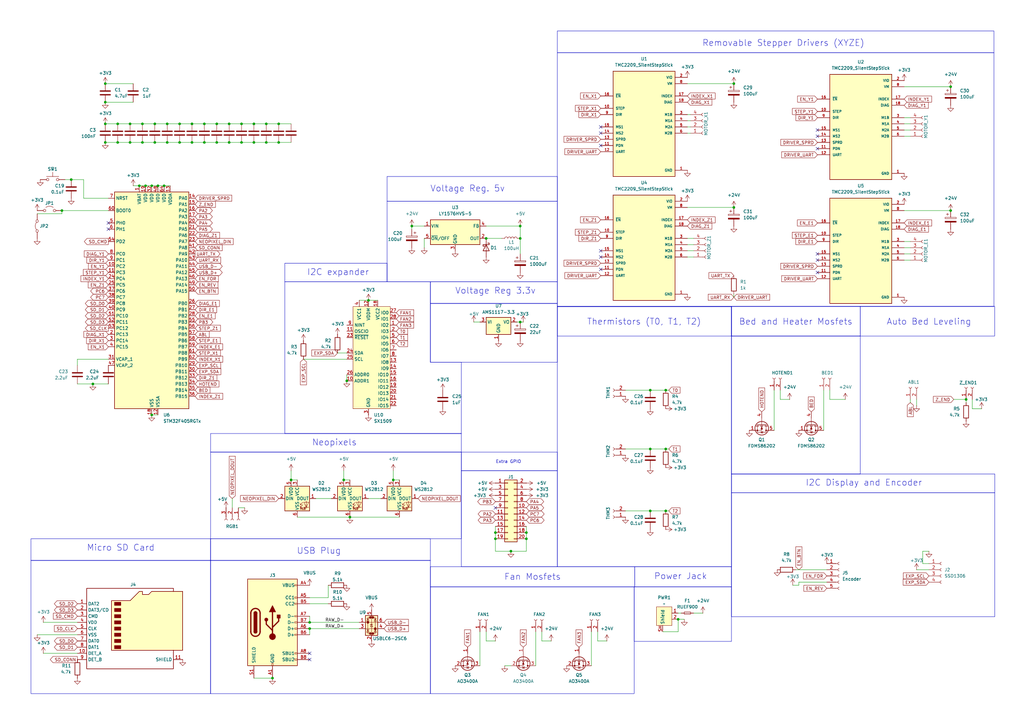
<source format=kicad_sch>
(kicad_sch (version 20231120) (generator "eeschema") (generator_version "8.0")
  (paper "A3")
  (junction (at 109.22 58.42))
  (junction (at 109.22 50.8))
  (junction (at 43.18 50.8))
  (junction (at 43.18 41.91))
  (junction (at 53.34 50.8))
  (junction (at 273.05 160.02))
  (junction (at 58.42 58.42))
  (junction (at 143.51 212.09))
  (junction (at 140.97 196.85))
  (junction (at 389.89 35.56))
  (junction (at 43.18 34.29))
  (junction (at 168.91 92.71))
  (junction (at 104.14 58.42))
  (junction (at 104.14 50.8))
  (junction (at 213.36 132.08))
  (junction (at 83.82 58.42))
  (junction (at 57.15 76.2))
  (junction (at 300.99 85.09))
  (junction (at 67.31 76.2))
  (junction (at 203.2 218.44))
  (junction (at 48.26 58.42))
  (junction (at 111.76 278.13))
  (junction (at 63.5 50.8))
  (junction (at 64.77 76.2))
  (junction (at 396.24 163.83))
  (junction (at 78.74 58.42))
  (junction (at 93.98 58.42))
  (junction (at 119.38 196.85))
  (junction (at 203.2 220.98))
  (junction (at 273.05 184.15))
  (junction (at 63.5 58.42))
  (junction (at 93.98 50.8))
  (junction (at 25.4 86.36))
  (junction (at 83.82 50.8))
  (junction (at 209.55 226.06))
  (junction (at 99.06 50.8))
  (junction (at 29.21 73.66))
  (junction (at 48.26 50.8))
  (junction (at 300.99 34.29))
  (junction (at 273.05 209.55))
  (junction (at 266.7 184.15))
  (junction (at 114.3 50.8))
  (junction (at 127 255.27))
  (junction (at 199.39 97.79))
  (junction (at 43.18 58.42))
  (junction (at 62.23 76.2))
  (junction (at 58.42 50.8))
  (junction (at 88.9 50.8))
  (junction (at 68.58 50.8))
  (junction (at 127 257.81))
  (junction (at 213.36 92.71))
  (junction (at 266.7 160.02))
  (junction (at 215.9 218.44))
  (junction (at 78.74 50.8))
  (junction (at 266.7 209.55))
  (junction (at 53.34 58.42))
  (junction (at 62.23 170.18))
  (junction (at 278.13 254))
  (junction (at 114.3 58.42))
  (junction (at 151.13 123.19))
  (junction (at 142.24 156.21))
  (junction (at 38.1 157.48))
  (junction (at 59.69 76.2))
  (junction (at 73.66 58.42))
  (junction (at 161.29 196.85))
  (junction (at 215.9 220.98))
  (junction (at 99.06 58.42))
  (junction (at 389.89 86.36))
  (junction (at 73.66 50.8))
  (junction (at 213.36 97.79))
  (junction (at 88.9 58.42))
  (junction (at 68.58 58.42))
  (no_connect (at 127 270.51))
  (no_connect (at 246.38 59.69))
  (no_connect (at 246.38 52.07))
  (no_connect (at 335.28 106.68))
  (no_connect (at 335.28 53.34))
  (no_connect (at 127 267.97))
  (no_connect (at 335.28 60.96))
  (no_connect (at 44.45 93.98))
  (no_connect (at 335.28 111.76))
  (no_connect (at 246.38 105.41))
  (no_connect (at 335.28 104.14))
  (no_connect (at 203.2 208.28))
  (no_connect (at 335.28 55.88))
  (no_connect (at 246.38 102.87))
  (no_connect (at 246.38 54.61))
  (no_connect (at 246.38 110.49))
  (no_connect (at 44.45 91.44))
  (wire (pts (xy 161.29 196.85) (xy 163.83 196.85)))
  (wire (pts (xy 54.61 76.2) (xy 57.15 76.2)))
  (wire (pts (xy 337.82 160.02) (xy 337.82 176.53)))
  (wire (pts (xy 215.9 218.44) (xy 215.9 220.98)))
  (wire (pts (xy 327.66 240.03) (xy 327.66 238.76)))
  (wire (pts (xy 284.48 100.33) (xy 281.94 100.33)))
  (wire (pts (xy 15.24 260.35) (xy 31.75 260.35)))
  (wire (pts (xy 325.12 240.03) (xy 327.66 240.03)))
  (wire (pts (xy 78.74 50.8) (xy 83.82 50.8)))
  (wire (pts (xy 73.66 58.42) (xy 78.74 58.42)))
  (wire (pts (xy 104.14 50.8) (xy 109.22 50.8)))
  (wire (pts (xy 226.06 262.89) (xy 222.25 262.89)))
  (wire (pts (xy 378.46 226.06) (xy 381 226.06)))
  (wire (pts (xy 57.15 76.2) (xy 59.69 76.2)))
  (polyline (pts (xy 189.23 148.59) (xy 176.53 148.59)))
  (wire (pts (xy 34.29 81.28) (xy 44.45 81.28)))
  (wire (pts (xy 340.36 163.83) (xy 346.71 163.83)))
  (wire (pts (xy 58.42 58.42) (xy 63.5 58.42)))
  (polyline (pts (xy 189.23 177.8) (xy 189.23 148.59)))
  (wire (pts (xy 373.38 48.26) (xy 370.84 48.26)))
  (polyline (pts (xy 116.84 177.8) (xy 189.23 177.8)))
  (wire (pts (xy 64.77 76.2) (xy 67.31 76.2)))
  (wire (pts (xy 320.04 163.83) (xy 323.85 163.83)))
  (wire (pts (xy 281.94 34.29) (xy 300.99 34.29)))
  (wire (pts (xy 151.13 123.19) (xy 154.94 123.19)))
  (wire (pts (xy 271.78 259.08) (xy 278.13 259.08)))
  (wire (pts (xy 143.51 212.09) (xy 163.83 212.09)))
  (wire (pts (xy 43.18 41.91) (xy 54.61 41.91)))
  (wire (pts (xy 83.82 50.8) (xy 88.9 50.8)))
  (wire (pts (xy 199.39 92.71) (xy 213.36 92.71)))
  (polyline (pts (xy 176.53 148.59) (xy 176.53 115.57)))
  (wire (pts (xy 215.9 215.9) (xy 215.9 218.44)))
  (wire (pts (xy 378.46 226.06) (xy 378.46 231.14)))
  (wire (pts (xy 375.92 233.68) (xy 381 233.68)))
  (wire (pts (xy 31.75 147.32) (xy 31.75 149.86)))
  (wire (pts (xy 53.34 50.8) (xy 58.42 50.8)))
  (wire (pts (xy 114.3 50.8) (xy 119.38 50.8)))
  (wire (pts (xy 288.29 251.46) (xy 284.48 251.46)))
  (wire (pts (xy 273.05 209.55) (xy 274.32 209.55)))
  (wire (pts (xy 203.2 218.44) (xy 203.2 220.98)))
  (wire (pts (xy 370.84 35.56) (xy 389.89 35.56)))
  (wire (pts (xy 134.62 247.65) (xy 127 247.65)))
  (wire (pts (xy 373.38 50.8) (xy 370.84 50.8)))
  (wire (pts (xy 38.1 157.48) (xy 44.45 157.48)))
  (wire (pts (xy 17.78 267.97) (xy 31.75 267.97)))
  (wire (pts (xy 370.84 86.36) (xy 389.89 86.36)))
  (wire (pts (xy 396.24 163.83) (xy 391.16 163.83)))
  (wire (pts (xy 43.18 34.29) (xy 54.61 34.29)))
  (wire (pts (xy 222.25 262.89) (xy 222.25 259.08)))
  (wire (pts (xy 138.43 144.78) (xy 142.24 144.78)))
  (wire (pts (xy 88.9 50.8) (xy 93.98 50.8)))
  (wire (pts (xy 127 260.35) (xy 127 257.81)))
  (wire (pts (xy 278.13 259.08) (xy 278.13 254)))
  (wire (pts (xy 283.21 46.99) (xy 281.94 46.99)))
  (wire (pts (xy 203.2 215.9) (xy 203.2 218.44)))
  (wire (pts (xy 134.62 245.11) (xy 127 245.11)))
  (wire (pts (xy 300.99 120.65) (xy 300.99 121.92)))
  (wire (pts (xy 373.38 99.06) (xy 370.84 99.06)))
  (wire (pts (xy 119.38 193.04) (xy 119.38 196.85)))
  (wire (pts (xy 378.46 231.14) (xy 381 231.14)))
  (wire (pts (xy 124.46 147.32) (xy 142.24 147.32)))
  (wire (pts (xy 78.74 58.42) (xy 83.82 58.42)))
  (wire (pts (xy 283.21 49.53) (xy 281.94 49.53)))
  (wire (pts (xy 127 255.27) (xy 147.32 255.27)))
  (wire (pts (xy 104.14 278.13) (xy 111.76 278.13)))
  (wire (pts (xy 373.38 55.88) (xy 370.84 55.88)))
  (wire (pts (xy 213.36 104.14) (xy 213.36 97.79)))
  (wire (pts (xy 73.66 50.8) (xy 78.74 50.8)))
  (wire (pts (xy 278.13 254) (xy 280.67 254)))
  (wire (pts (xy 273.05 184.15) (xy 274.32 184.15)))
  (wire (pts (xy 62.23 76.2) (xy 64.77 76.2)))
  (wire (pts (xy 43.18 50.8) (xy 48.26 50.8)))
  (wire (pts (xy 281.94 85.09) (xy 300.99 85.09)))
  (wire (pts (xy 327.66 238.76) (xy 339.09 238.76)))
  (wire (pts (xy 203.2 220.98) (xy 203.2 226.06)))
  (wire (pts (xy 151.13 204.47) (xy 156.21 204.47)))
  (wire (pts (xy 219.71 259.08) (xy 219.71 273.05)))
  (wire (pts (xy 326.39 233.68) (xy 339.09 233.68)))
  (wire (pts (xy 29.21 73.66) (xy 34.29 73.66)))
  (wire (pts (xy 53.34 58.42) (xy 58.42 58.42)))
  (wire (pts (xy 140.97 193.04) (xy 140.97 196.85)))
  (wire (pts (xy 43.18 58.42) (xy 48.26 58.42)))
  (wire (pts (xy 93.98 50.8) (xy 99.06 50.8)))
  (wire (pts (xy 266.7 160.02) (xy 273.05 160.02)))
  (wire (pts (xy 209.55 226.06) (xy 215.9 226.06)))
  (wire (pts (xy 173.99 101.6) (xy 173.99 97.79)))
  (wire (pts (xy 205.74 97.79) (xy 199.39 97.79)))
  (wire (pts (xy 248.92 262.89) (xy 245.11 262.89)))
  (wire (pts (xy 95.25 204.47) (xy 95.25 208.28)))
  (wire (pts (xy 278.13 251.46) (xy 279.4 251.46)))
  (wire (pts (xy 256.54 184.15) (xy 266.7 184.15)))
  (wire (pts (xy 140.97 196.85) (xy 143.51 196.85)))
  (wire (pts (xy 129.54 204.47) (xy 135.89 204.47)))
  (wire (pts (xy 59.69 76.2) (xy 62.23 76.2)))
  (wire (pts (xy 109.22 50.8) (xy 114.3 50.8)))
  (wire (pts (xy 215.9 220.98) (xy 215.9 226.06)))
  (wire (pts (xy 48.26 50.8) (xy 53.34 50.8)))
  (wire (pts (xy 283.21 52.07) (xy 281.94 52.07)))
  (wire (pts (xy 168.91 93.98) (xy 168.91 92.71)))
  (wire (pts (xy 256.54 160.02) (xy 266.7 160.02)))
  (wire (pts (xy 402.59 167.64) (xy 398.78 167.64)))
  (wire (pts (xy 83.82 58.42) (xy 88.9 58.42)))
  (wire (pts (xy 256.54 209.55) (xy 266.7 209.55)))
  (wire (pts (xy 58.42 50.8) (xy 63.5 50.8)))
  (wire (pts (xy 194.31 132.08) (xy 196.85 132.08)))
  (wire (pts (xy 67.31 76.2) (xy 69.85 76.2)))
  (wire (pts (xy 373.38 101.6) (xy 370.84 101.6)))
  (wire (pts (xy 68.58 58.42) (xy 73.66 58.42)))
  (wire (pts (xy 396.24 165.1) (xy 396.24 163.83)))
  (wire (pts (xy 127 252.73) (xy 127 255.27)))
  (wire (pts (xy 109.22 58.42) (xy 114.3 58.42)))
  (wire (pts (xy 283.21 54.61) (xy 281.94 54.61)))
  (wire (pts (xy 203.2 226.06) (xy 209.55 226.06)))
  (wire (pts (xy 212.09 132.08) (xy 213.36 132.08)))
  (wire (pts (xy 373.38 163.83) (xy 373.38 165.1)))
  (wire (pts (xy 266.7 184.15) (xy 273.05 184.15)))
  (wire (pts (xy 317.5 160.02) (xy 317.5 176.53)))
  (wire (pts (xy 48.26 58.42) (xy 53.34 58.42)))
  (wire (pts (xy 62.23 170.18) (xy 64.77 170.18)))
  (wire (pts (xy 99.06 58.42) (xy 104.14 58.42)))
  (wire (pts (xy 44.45 86.36) (xy 25.4 86.36)))
  (wire (pts (xy 99.06 50.8) (xy 104.14 50.8)))
  (wire (pts (xy 199.39 262.89) (xy 199.39 259.08)))
  (wire (pts (xy 147.32 123.19) (xy 151.13 123.19)))
  (wire (pts (xy 161.29 193.04) (xy 161.29 196.85)))
  (wire (pts (xy 134.62 240.03) (xy 134.62 245.11)))
  (wire (pts (xy 93.98 58.42) (xy 99.06 58.42)))
  (wire (pts (xy 31.75 157.48) (xy 38.1 157.48)))
  (wire (pts (xy 284.48 102.87) (xy 281.94 102.87)))
  (wire (pts (xy 114.3 58.42) (xy 119.38 58.42)))
  (wire (pts (xy 68.58 50.8) (xy 73.66 50.8)))
  (wire (pts (xy 340.36 163.83) (xy 340.36 160.02)))
  (wire (pts (xy 97.79 208.28) (xy 100.33 208.28)))
  (wire (pts (xy 142.24 153.67) (xy 142.24 156.21)))
  (wire (pts (xy 213.36 132.08) (xy 214.63 132.08)))
  (wire (pts (xy 34.29 73.66) (xy 34.29 81.28)))
  (wire (pts (xy 88.9 58.42) (xy 93.98 58.42)))
  (wire (pts (xy 119.38 196.85) (xy 121.92 196.85)))
  (wire (pts (xy 15.24 87.63) (xy 25.4 87.63)))
  (wire (pts (xy 203.2 262.89) (xy 199.39 262.89)))
  (wire (pts (xy 209.55 273.05) (xy 207.01 273.05)))
  (wire (pts (xy 273.05 160.02) (xy 274.32 160.02)))
  (wire (pts (xy 26.67 73.66) (xy 29.21 73.66)))
  (wire (pts (xy 44.45 147.32) (xy 31.75 147.32)))
  (wire (pts (xy 245.11 262.89) (xy 245.11 259.08)))
  (wire (pts (xy 320.04 163.83) (xy 320.04 160.02)))
  (wire (pts (xy 266.7 209.55) (xy 273.05 209.55)))
  (wire (pts (xy 63.5 58.42) (xy 68.58 58.42)))
  (wire (pts (xy 284.48 105.41) (xy 281.94 105.41)))
  (wire (pts (xy 373.38 53.34) (xy 370.84 53.34)))
  (polyline (pts (xy 176.53 115.57) (xy 116.84 115.57)))
  (wire (pts (xy 398.78 167.64) (xy 398.78 163.83)))
  (wire (pts (xy 373.38 104.14) (xy 370.84 104.14)))
  (wire (pts (xy 168.91 92.71) (xy 173.99 92.71)))
  (wire (pts (xy 104.14 58.42) (xy 109.22 58.42)))
  (wire (pts (xy 17.78 255.27) (xy 31.75 255.27)))
  (wire (pts (xy 242.57 259.08) (xy 242.57 273.05)))
  (wire (pts (xy 375.92 163.83) (xy 375.92 166.37)))
  (wire (pts (xy 63.5 50.8) (xy 68.58 50.8)))
  (wire (pts (xy 196.85 259.08) (xy 196.85 273.05)))
  (wire (pts (xy 121.92 212.09) (xy 143.51 212.09)))
  (polyline (pts (xy 116.84 115.57) (xy 116.84 177.8)))
  (wire (pts (xy 373.38 106.68) (xy 370.84 106.68)))
  (wire (pts (xy 127 257.81) (xy 147.32 257.81)))
  (wire (pts (xy 284.48 97.79) (xy 281.94 97.79)))
  (wire (pts (xy 213.36 92.71) (xy 213.36 97.79)))
  (wire (pts (xy 25.4 87.63) (xy 25.4 86.36)))
  (rectangle (start 300.0151 194.408) (end 408.0327 202.0742))
  (rectangle (start 228.6 125.6566) (end 299.9978 137.832))
  (rectangle (start 86.36 220.98) (end 176.53 229.87))
  (rectangle (start 299.9978 137.832) (end 352.8298 194.419))
  (rectangle (start 158.75 82.55) (end 228.6 115.57))
  (rectangle (start 86.36 177.8) (end 189.23 185.42))
  (rectangle (start 300.0081 202.0785) (end 408.0144 252.9176))
  (rectangle (start 352.823 125.64) (end 407.9478 137.8247))
  (rectangle (start 260.35 232.41) (end 299.9978 240.7015))
  (rectangle (start 86.36 229.87) (end 176.53 284.48))
  (rectangle (start 260.0953 240.6994) (end 300.0089 263.0693))
  (rectangle (start 86.36 185.42) (end 189.23 220.98))
  (rectangle (start 189.23 193.04) (end 228.6 232.41))
  (rectangle (start 176.5538 240.702) (end 260.0905 284.48))
  (rectangle (start 12.7 220.98) (end 86.36 229.87))
  (rectangle (start 116.84 107.95) (end 158.75 115.57))
  (rectangle (start 228.6 21.59) (end 407.67 125.73))
  (rectangle (start 189.23 185.42) (end 228.6 193.04))
  (rectangle (start 176.53 124.46) (end 228.6 148.59))
  (rectangle (start 228.6 125.73) (end 300.0212 232.41))
  (rectangle (start 12.7 229.87) (end 86.36 284.48))
  (rectangle (start 158.75 72.39) (end 228.6 82.55))
  (rectangle (start 299.9978 125.64) (end 352.8298 137.832))
  (rectangle (start 176.53 115.57) (end 228.6 124.46))
  (rectangle (start 176.53 232.41) (end 260.35 240.702))
  (rectangle (start 228.6 12.7) (end 407.67 21.59))
  (text "I2C Display and Encoder\n" (at 354.33 198.12 0) (effects (font (size 2.54 2.54))))
  (text "Voltage Reg 3.3v" (at 203.2 119.38 0) (effects (font (size 2.54 2.54))))
  (text "Auto Bed Leveling\n" (at 381 132.08 0) (effects (font (size 2.54 2.54))))
  (text "I2C expander" (at 138.684 111.76 0) (effects (font (size 2.54 2.54))))
  (text "Removable Stepper Drivers (XYZE)" (at 321.31 17.78 0) (effects (font (size 2.54 2.54))))
  (text "Power Jack" (at 279.146 236.474 0) (effects (font (size 2.54 2.54))))
  (text "USB Plug" (at 130.81 226.06 0) (effects (font (size 2.54 2.54))))
  (text "Bed and Heater Mosfets\n" (at 326.39 132.08 0) (effects (font (size 2.54 2.54))))
  (text "Extra GPIO\n" (at 208.534 189.484 0) (effects (font (size 1.27 1.27))))
  (text "Neopixels" (at 137.16 181.61 0) (effects (font (size 2.54 2.54))))
  (text "Fan Mosfets\n" (at 218.44 236.728 0) (effects (font (size 2.54 2.54))))
  (text "Thermistors (T0, T1, T2)" (at 264.16 132.08 0) (effects (font (size 2.54 2.54))))
  (text "Micro SD Card" (at 49.53 224.79 0) (effects (font (size 2.54 2.54))))
  (text "Voltage Reg. 5v\n" (at 191.77 77.47 0) (effects (font (size 2.54 2.54))))
  (label "RAW_D-" (at 133.35 255.27 0))
  (label "RAW_D+" (at 133.35 257.81 0))
  (global_label "DIR_Y1" (shape input) (at 44.45 106.68 180) (property "Intersheetrefs" "${INTERSHEET_REFS}" (effects (hide yes))))
  (global_label "STEP_E1" (shape input) (at 80.01 139.7 0) (property "Intersheetrefs" "${INTERSHEET_REFS}" (effects (hide yes))))
  (global_label "PA5" (shape bidirectional) (at 215.9 208.28 0) (property "Intersheetrefs" "${INTERSHEET_REFS}" (effects (hide yes))))
  (global_label "FAN3" (shape input) (at 162.56 133.35 0) (property "Intersheetrefs" "${INTERSHEET_REFS}" (effects (hide yes))))
  (global_label "INDEX_Y1" (shape input) (at 370.84 40.64 0) (property "Intersheetrefs" "${INTERSHEET_REFS}" (effects (hide yes))))
  (global_label "DIAG_Y1" (shape input) (at 370.84 43.18 0) (property "Intersheetrefs" "${INTERSHEET_REFS}" (effects (hide yes))))
  (global_label "DIAG_X1" (shape input) (at 281.94 41.91 0) (property "Intersheetrefs" "${INTERSHEET_REFS}" (effects (hide yes))))
  (global_label "DRIVER_UART" (shape input) (at 300.99 121.92 0) (property "Intersheetrefs" "${INTERSHEET_REFS}" (effects (hide yes))))
  (global_label "DIAG_Z1" (shape input) (at 281.94 92.71 0) (property "Intersheetrefs" "${INTERSHEET_REFS}" (effects (hide yes))))
  (global_label "USB_D-" (shape bidirectional) (at 80.01 109.22 0) (property "Intersheetrefs" "${INTERSHEET_REFS}" (effects (hide yes))))
  (global_label "Z_END" (shape input) (at 391.16 163.83 180) (property "Intersheetrefs" "${INTERSHEET_REFS}" (effects (hide yes))))
  (global_label "EN_REV" (shape input) (at 80.01 116.84 0) (property "Intersheetrefs" "${INTERSHEET_REFS}" (effects (hide yes))))
  (global_label "PC7" (shape bidirectional) (at 215.9 210.82 0) (property "Intersheetrefs" "${INTERSHEET_REFS}" (effects (hide yes))))
  (global_label "NEOPIXEL_DOUT" (shape input) (at 95.25 204.47 90) (property "Intersheetrefs" "${INTERSHEET_REFS}" (effects (hide yes))))
  (global_label "EN_Z1" (shape input) (at 246.38 90.17 180) (property "Intersheetrefs" "${INTERSHEET_REFS}" (effects (hide yes))))
  (global_label "EN_REV" (shape input) (at 339.09 241.3 180) (property "Intersheetrefs" "${INTERSHEET_REFS}" (effects (hide yes))))
  (global_label "DIR_X1" (shape input) (at 246.38 46.99 180) (property "Intersheetrefs" "${INTERSHEET_REFS}" (effects (hide yes))))
  (global_label "DRIVER_UART" (shape input) (at 335.28 63.5 180) (property "Intersheetrefs" "${INTERSHEET_REFS}" (effects (hide yes))))
  (global_label "ABL" (shape input) (at 373.38 165.1 270) (property "Intersheetrefs" "${INTERSHEET_REFS}" (effects (hide yes))))
  (global_label "HOTEND" (shape input) (at 312.42 168.91 90) (property "Intersheetrefs" "${INTERSHEET_REFS}" (effects (hide yes))))
  (global_label "STEP_Z1" (shape input) (at 246.38 95.25 180) (property "Intersheetrefs" "${INTERSHEET_REFS}" (effects (hide yes))))
  (global_label "SD_D2" (shape bidirectional) (at 44.45 129.54 180) (property "Intersheetrefs" "${INTERSHEET_REFS}" (effects (hide yes))))
  (global_label "USB_D-" (shape input) (at 157.48 255.27 0) (property "Intersheetrefs" "${INTERSHEET_REFS}" (effects (hide yes))))
  (global_label "INDEX_Z1" (shape input) (at 281.94 90.17 0) (property "Intersheetrefs" "${INTERSHEET_REFS}" (effects (hide yes))))
  (global_label "PC6" (shape bidirectional) (at 215.9 213.36 0) (property "Intersheetrefs" "${INTERSHEET_REFS}" (effects (hide yes))))
  (global_label "INDEX_Y1" (shape input) (at 44.45 114.3 180) (property "Intersheetrefs" "${INTERSHEET_REFS}" (effects (hide yes))))
  (global_label "ABL" (shape input) (at 80.01 137.16 0) (property "Intersheetrefs" "${INTERSHEET_REFS}" (effects (hide yes))))
  (global_label "SD_CLK" (shape output) (at 44.45 134.62 180) (property "Intersheetrefs" "${INTERSHEET_REFS}" (effects (hide yes))))
  (global_label "SD_D0" (shape bidirectional) (at 44.45 124.46 180) (property "Intersheetrefs" "${INTERSHEET_REFS}" (effects (hide yes))))
  (global_label "DIR_X1" (shape input) (at 44.45 139.7 180) (property "Intersheetrefs" "${INTERSHEET_REFS}" (effects (hide yes))))
  (global_label "DIR_Z1" (shape input) (at 80.01 154.94 0) (property "Intersheetrefs" "${INTERSHEET_REFS}" (effects (hide yes))))
  (global_label "DRIVER_SPRD" (shape input) (at 246.38 107.95 180) (property "Intersheetrefs" "${INTERSHEET_REFS}" (effects (hide yes))))
  (global_label "T1" (shape input) (at 162.56 138.43 0) (property "Intersheetrefs" "${INTERSHEET_REFS}" (effects (hide yes))))
  (global_label "UART_TX" (shape input) (at 300.99 113.03 180) (property "Intersheetrefs" "${INTERSHEET_REFS}" (effects (hide yes))))
  (global_label "DIAG_E1" (shape input) (at 370.84 93.98 0) (property "Intersheetrefs" "${INTERSHEET_REFS}" (effects (hide yes))))
  (global_label "EXP_SCL" (shape input) (at 80.01 149.86 0) (property "Intersheetrefs" "${INTERSHEET_REFS}" (effects (hide yes))))
  (global_label "PA2" (shape bidirectional) (at 203.2 210.82 180) (property "Intersheetrefs" "${INTERSHEET_REFS}" (effects (hide yes))))
  (global_label "NEOPIXEL_DIN" (shape input) (at 80.01 99.06 0) (property "Intersheetrefs" "${INTERSHEET_REFS}" (effects (hide yes))))
  (global_label "INDEX_E1" (shape input) (at 80.01 142.24 0) (property "Intersheetrefs" "${INTERSHEET_REFS}" (effects (hide yes))))
  (global_label "INDEX_X1" (shape input) (at 281.94 39.37 0) (property "Intersheetrefs" "${INTERSHEET_REFS}" (effects (hide yes))))
  (global_label "SD_D1" (shape bidirectional) (at 44.45 127 180) (property "Intersheetrefs" "${INTERSHEET_REFS}" (effects (hide yes))))
  (global_label "DRIVER_UART" (shape input) (at 246.38 62.23 180) (property "Intersheetrefs" "${INTERSHEET_REFS}" (effects (hide yes))))
  (global_label "EXP_SCL" (shape input) (at 124.46 147.32 270) (property "Intersheetrefs" "${INTERSHEET_REFS}" (effects (hide yes))))
  (global_label "DIR_Y1" (shape input) (at 335.28 48.26 180) (property "Intersheetrefs" "${INTERSHEET_REFS}" (effects (hide yes))))
  (global_label "DRIVER_UART" (shape input) (at 335.28 114.3 180) (property "Intersheetrefs" "${INTERSHEET_REFS}" (effects (hide yes))))
  (global_label "DRIVER_SPRD" (shape input) (at 246.38 57.15 180) (property "Intersheetrefs" "${INTERSHEET_REFS}" (effects (hide yes))))
  (global_label "PA3" (shape bidirectional) (at 203.2 213.36 180) (property "Intersheetrefs" "${INTERSHEET_REFS}" (effects (hide yes))))
  (global_label "SD_CONN" (shape output) (at 31.75 270.51 180) (property "Intersheetrefs" "${INTERSHEET_REFS}" (effects (hide yes))))
  (global_label "STEP_E1" (shape input) (at 335.28 96.52 180) (property "Intersheetrefs" "${INTERSHEET_REFS}" (effects (hide yes))))
  (global_label "STEP_Z1" (shape input) (at 80.01 134.62 0) (property "Intersheetrefs" "${INTERSHEET_REFS}" (effects (hide yes))))
  (global_label "T2" (shape input) (at 274.32 209.55 0) (property "Intersheetrefs" "${INTERSHEET_REFS}" (effects (hide yes))))
  (global_label "FAN2" (shape input) (at 162.56 130.81 0) (property "Intersheetrefs" "${INTERSHEET_REFS}" (effects (hide yes))))
  (global_label "USB_D+" (shape bidirectional) (at 80.01 111.76 0) (property "Intersheetrefs" "${INTERSHEET_REFS}" (effects (hide yes))))
  (global_label "T1" (shape input) (at 274.32 184.15 0) (property "Intersheetrefs" "${INTERSHEET_REFS}" (effects (hide yes))))
  (global_label "SD_D1" (shape bidirectional) (at 31.75 265.43 180) (property "Intersheetrefs" "${INTERSHEET_REFS}" (effects (hide yes))))
  (global_label "EXP_SDA" (shape input) (at 138.43 144.78 180) (property "Intersheetrefs" "${INTERSHEET_REFS}" (effects (hide yes))))
  (global_label "EN_BTN" (shape input) (at 327.66 233.68 90) (property "Intersheetrefs" "${INTERSHEET_REFS}" (effects (hide yes))))
  (global_label "DIAG_Z1" (shape input) (at 80.01 96.52 0) (property "Intersheetrefs" "${INTERSHEET_REFS}" (effects (hide yes))))
  (global_label "PC7" (shape bidirectional) (at 44.45 121.92 180) (property "Intersheetrefs" "${INTERSHEET_REFS}" (effects (hide yes))))
  (global_label "PC6" (shape bidirectional) (at 44.45 119.38 180) (property "Intersheetrefs" "${INTERSHEET_REFS}" (effects (hide yes))))
  (global_label "NEOPIXEL_DOUT" (shape input) (at 171.45 204.47 0) (property "Intersheetrefs" "${INTERSHEET_REFS}" (effects (hide yes))))
  (global_label "SD_CONN" (shape input) (at 80.01 101.6 0) (property "Intersheetrefs" "${INTERSHEET_REFS}" (effects (hide yes))))
  (global_label "STEP_Y1" (shape input) (at 44.45 111.76 180) (property "Intersheetrefs" "${INTERSHEET_REFS}" (effects (hide yes))))
  (global_label "BED" (shape input) (at 80.01 160.02 0) (property "Intersheetrefs" "${INTERSHEET_REFS}" (effects (hide yes))))
  (global_label "EN_BTN" (shape input) (at 80.01 119.38 0) (property "Intersheetrefs" "${INTERSHEET_REFS}" (effects (hide yes))))
  (global_label "UART_RX" (shape input) (at 80.01 106.68 0) (property "Intersheetrefs" "${INTERSHEET_REFS}" (effects (hide yes))))
  (global_label "FAN1" (shape input) (at 191.77 265.43 90) (property "Intersheetrefs" "${INTERSHEET_REFS}" (effects (hide yes))))
  (global_label "DRIVER_SPRD" (shape input) (at 335.28 109.22 180) (property "Intersheetrefs" "${INTERSHEET_REFS}" (effects (hide yes))))
  (global_label "HOTEND" (shape input) (at 80.01 157.48 0) (property "Intersheetrefs" "${INTERSHEET_REFS}" (effects (hide yes))))
  (global_label "NEOPIXEL_DIN" (shape input) (at 114.3 204.47 180) (property "Intersheetrefs" "${INTERSHEET_REFS}" (effects (hide yes))))
  (global_label "UART_TX" (shape output) (at 80.01 104.14 0) (property "Intersheetrefs" "${INTERSHEET_REFS}" (effects (hide yes))))
  (global_label "FAN1" (shape input) (at 162.56 128.27 0) (property "Intersheetrefs" "${INTERSHEET_REFS}" (effects (hide yes))))
  (global_label "EXP_SDA" (shape input) (at 381 238.76 180) (property "Intersheetrefs" "${INTERSHEET_REFS}" (effects (hide yes))))
  (global_label "EN_X1" (shape input) (at 44.45 142.24 180) (property "Intersheetrefs" "${INTERSHEET_REFS}" (effects (hide yes))))
  (global_label "STEP_X1" (shape input) (at 246.38 44.45 180) (property "Intersheetrefs" "${INTERSHEET_REFS}" (effects (hide yes))))
  (global_label "PA4" (shape bidirectional) (at 80.01 91.44 0) (property "Intersheetrefs" "${INTERSHEET_REFS}" (effects (hide yes))))
  (global_label "DRIVER_SPRD" (shape input) (at 80.01 81.28 0) (property "Intersheetrefs" "${INTERSHEET_REFS}" (effects (hide yes))))
  (global_label "PA4" (shape bidirectional) (at 215.9 205.74 0) (property "Intersheetrefs" "${INTERSHEET_REFS}" (effects (hide yes))))
  (global_label "EN_Y1" (shape input) (at 335.28 40.64 180) (property "Intersheetrefs" "${INTERSHEET_REFS}" (effects (hide yes))))
  (global_label "INDEX_Z1" (shape input) (at 80.01 162.56 0) (property "Intersheetrefs" "${INTERSHEET_REFS}" (effects (hide yes))))
  (global_label "T0" (shape input) (at 274.32 160.02 0) (property "Intersheetrefs" "${INTERSHEET_REFS}" (effects (hide yes))))
  (global_label "DIR_Z1" (shape input) (at 246.38 97.79 180) (property "Intersheetrefs" "${INTERSHEET_REFS}" (effects (hide yes))))
  (global_label "STEP_Y1" (shape input) (at 335.28 45.72 180) (property "Intersheetrefs" "${INTERSHEET_REFS}" (effects (hide yes))))
  (global_label "SD_D2" (shape bidirectional) (at 31.75 247.65 180) (property "Intersheetrefs" "${INTERSHEET_REFS}" (effects (hide yes))))
  (global_label "PB3" (shape bidirectional) (at 80.01 132.08 0) (property "Intersheetrefs" "${INTERSHEET_REFS}" (effects (hide yes))))
  (global_label "DRIVER_UART" (shape input) (at 246.38 113.03 180) (property "Intersheetrefs" "${INTERSHEET_REFS}" (effects (hide yes))))
  (global_label "SD_CMD" (shape input) (at 31.75 252.73 180) (property "Intersheetrefs" "${INTERSHEET_REFS}" (effects (hide yes))))
  (global_label "DIR_E1" (shape input) (at 335.28 99.06 180) (property "Intersheetrefs" "${INTERSHEET_REFS}" (effects (hide yes))))
  (global_label "FAN3" (shape input) (at 237.49 265.43 90) (property "Intersheetrefs" "${INTERSHEET_REFS}" (effects (hide yes))))
  (global_label "PA3" (shape bidirectional) (at 80.01 88.9 0) (property "Intersheetrefs" "${INTERSHEET_REFS}" (effects (hide yes))))
  (global_label "SD_D3" (shape bidirectional) (at 44.45 132.08 180) (property "Intersheetrefs" "${INTERSHEET_REFS}" (effects (hide yes))))
  (global_label "STEP_X1" (shape input) (at 80.01 144.78 0) (property "Intersheetrefs" "${INTERSHEET_REFS}" (effects (hide yes))))
  (global_label "T2" (shape input) (at 162.56 140.97 0) (property "Intersheetrefs" "${INTERSHEET_REFS}" (effects (hide yes))))
  (global_label "DIAG_X1" (shape input) (at 44.45 137.16 180) (property "Intersheetrefs" "${INTERSHEET_REFS}" (effects (hide yes))))
  (global_label "EN_E1" (shape input) (at 335.28 91.44 180) (property "Intersheetrefs" "${INTERSHEET_REFS}" (effects (hide yes))))
  (global_label "EXP_SCL" (shape input) (at 381 236.22 180) (property "Intersheetrefs" "${INTERSHEET_REFS}" (effects (hide yes))))
  (global_label "T0" (shape input) (at 162.56 135.89 0) (property "Intersheetrefs" "${INTERSHEET_REFS}" (effects (hide yes))))
  (global_label "DIR_E1" (shape input) (at 80.01 127 0) (property "Intersheetrefs" "${INTERSHEET_REFS}" (effects (hide yes))))
  (global_label "SD_D3" (shape bidirectional) (at 31.75 250.19 180) (property "Intersheetrefs" "${INTERSHEET_REFS}" (effects (hide yes))))
  (global_label "EN_FOR" (shape input) (at 339.09 236.22 180) (property "Intersheetrefs" "${INTERSHEET_REFS}" (effects (hide yes))))
  (global_label "INDEX_E1" (shape input) (at 370.84 91.44 0) (property "Intersheetrefs" "${INTERSHEET_REFS}" (effects (hide yes))))
  (global_label "EN_Y1" (shape input) (at 44.45 109.22 180) (property "Intersheetrefs" "${INTERSHEET_REFS}" (effects (hide yes))))
  (global_label "PA5" (shape bidirectional) (at 80.01 93.98 0) (property "Intersheetrefs" "${INTERSHEET_REFS}" (effects (hide yes))))
  (global_label "UART_RX" (shape input) (at 300.99 121.92 180) (property "Intersheetrefs" "${INTERSHEET_REFS}" (effects (hide yes))))
  (global_label "FAN2" (shape input) (at 214.63 265.43 90) (property "Intersheetrefs" "${INTERSHEET_REFS}" (effects (hide yes))))
  (global_label "EN_X1" (shape input) (at 246.38 39.37 180) (property "Intersheetrefs" "${INTERSHEET_REFS}" (effects (hide yes))))
  (global_label "EN_Z1" (shape input) (at 44.45 116.84 180) (property "Intersheetrefs" "${INTERSHEET_REFS}" (effects (hide yes))))
  (global_label "BED" (shape input) (at 332.74 168.91 90) (property "Intersheetrefs" "${INTERSHEET_REFS}" (effects (hide yes))))
  (global_label "PA2" (shape bidirectional) (at 80.01 86.36 0) (property "Intersheetrefs" "${INTERSHEET_REFS}" (effects (hide yes))))
  (global_label "DIAG_Y1" (shape input) (at 44.45 104.14 180) (property "Intersheetrefs" "${INTERSHEET_REFS}" (effects (hide yes))))
  (global_label "DIAG_E1" (shape input) (at 80.01 124.46 0) (property "Intersheetrefs" "${INTERSHEET_REFS}" (effects (hide yes))))
  (global_label "SD_CMD" (shape output) (at 44.45 99.06 180) (property "Intersheetrefs" "${INTERSHEET_REFS}" (effects (hide yes))))
  (global_label "EXP_SDA" (shape input) (at 80.01 152.4 0) (property "Intersheetrefs" "${INTERSHEET_REFS}" (effects (hide yes))))
  (global_label "SD_D0" (shape bidirectional) (at 31.75 262.89 180) (property "Intersheetrefs" "${INTERSHEET_REFS}" (effects (hide yes))))
  (global_label "EN_E1" (shape input) (at 80.01 129.54 0) (property "Intersheetrefs" "${INTERSHEET_REFS}" (effects (hide yes))))
  (global_label "DRIVER_SPRD" (shape input) (at 335.28 58.42 180) (property "Intersheetrefs" "${INTERSHEET_REFS}" (effects (hide yes))))
  (global_label "USB_D+" (shape input) (at 157.48 257.81 0) (property "Intersheetrefs" "${INTERSHEET_REFS}" (effects (hide yes))))
  (global_label "INDEX_X1" (shape input) (at 80.01 147.32 0) (property "Intersheetrefs" "${INTERSHEET_REFS}" (effects (hide yes))))
  (global_label "PB3" (shape bidirectional) (at 203.2 205.74 180) (property "Intersheetrefs" "${INTERSHEET_REFS}" (effects (hide yes))))
  (global_label "Z_END" (shape input) (at 80.01 83.82 0) (property "Intersheetrefs" "${INTERSHEET_REFS}" (effects (hide yes))))
  (global_label "SD_CLK" (shape input) (at 31.75 257.81 180) (property "Intersheetrefs" "${INTERSHEET_REFS}" (effects (hide yes))))
  (global_label "EN_FOR" (shape input) (at 80.01 114.3 0) (property "Intersheetrefs" "${INTERSHEET_REFS}" (effects (hide yes))))
  (symbol (lib_id "Connector:Conn_01x02_Socket") (at 219.71 254 90) (unit 1)
    (property "Reference" "FAN2" (at 218.694 251.968 90) (effects (justify right)))
    (property "Value" "Conn_01x02_Socket" (effects (hide yes)))
    (property "Footprint" "Connector_JST:JST_XH_B2B-XH-A_1x02_P2.50mm_Vertical" (effects (hide yes)))
    (property "Description" "Generic connector, single row, 01x02, script generated" (effects (hide yes)))
  )
  (symbol (lib_id "Device:C") (at 181.61 163.83 0) (unit 1)
    (property "Reference" "C25" (at 185.42 162.5599 0) (effects (justify left)))
    (property "Value" "1uF" (at 185.42 165.0999 0) (effects (justify left)))
    (property "Footprint" "Capacitor_SMD:C_0402_1005Metric" (effects (hide yes)))
    (property "Description" "Unpolarized capacitor" (effects (hide yes)))
    (property "Part #" "TCC0402X5R105K6R3AT" (effects (hide yes)))
  )
  (symbol (lib_id "power:+24V") (at 300.99 85.09 0) (unit 1)
    (property "Reference" "#PWR016" (effects (hide yes)))
    (property "Value" "+24V" (at 300.99 80.01 0))
    (property "Description" "Power symbol creates a global label with name \"+24V\"" (effects (hide yes)))
  )
  (symbol (lib_id "power:GND") (at 280.67 254 0) (unit 1)
    (property "Reference" "#PWR083" (effects (hide yes)))
    (property "Value" "GND" (effects (hide yes)))
    (property "Description" "Power symbol creates a global label with name \"GND\" , ground" (effects (hide yes)))
  )
  (symbol (lib_id "SilentStepStick:TMC2209_SilentStepStick") (at 353.06 101.6 0) (unit 1)
    (property "Reference" "U5" (at 353.06 76.2 0))
    (property "Value" "TMC2209_SilentStepStick" (at 353.06 78.74 0))
    (property "Footprint" "TMC2209-SilentStepStick:MODULE_TMC2209_SILENTSTEPSTICK" (effects (hide yes)))
    (property "MF" "Trinamic Motion Control GmbH" (effects (hide yes)))
    (property "Description_1" "\nTMC2209 Motor Controller/Driver Power Management Evaluation Board\n" (effects (hide yes)))
    (property "Package" "None" (effects (hide yes)))
    (property "Price" "None" (effects (hide yes)))
    (property "Check_prices" "https://www.snapeda.com/parts/TMC2209%20SILENTSTEPSTICK/Trinamic+Motion+Control+GmbH/view-part/?ref=eda" (effects (hide yes)))
    (property "STANDARD" "Manufacturer Recommendations" (effects (hide yes)))
    (property "PARTREV" "1.20" (effects (hide yes)))
    (property "SnapEDA_Link" "https://www.snapeda.com/parts/TMC2209%20SILENTSTEPSTICK/Trinamic+Motion+Control+GmbH/view-part/?ref=snap" (effects (hide yes)))
    (property "MP" "TMC2209 SILENTSTEPSTICK" (effects (hide yes)))
    (property "MANUFACTURER" "Trinamic Motion Control GmbH" (effects (hide yes)))
    (property "Availability" "In Stock" (effects (hide yes)))
    (property "SNAPEDA_PN" "TMC2209 SILENTSTEPSTICK" (effects (hide yes)))
  )
  (symbol (lib_id "power:+3V3") (at 281.94 82.55 0) (mirror y) (unit 1)
    (property "Reference" "#PWR014" (effects (hide yes)))
    (property "Value" "+3V3" (at 281.94 78.2391 0))
    (property "Description" "Power symbol creates a global label with name \"+3V3\"" (effects (hide yes)))
  )
  (symbol (lib_id "Connector:Conn_01x04_Socket") (at 386.08 233.68 0) (unit 1)
    (property "Reference" "J2" (at 387.35 233.6799 0) (effects (justify left)))
    (property "Value" "SSD1306" (at 387.35 236.2199 0) (effects (justify left)))
    (property "Footprint" "Connector_JST:JST_XH_B4B-XH-A_1x04_P2.50mm_Vertical" (effects (hide yes)))
    (property "Description" "Generic connector, single row, 01x04, script generated" (effects (hide yes)))
  )
  (symbol (lib_id "Device:C") (at 58.42 54.61 0) (mirror y) (unit 1)
    (property "Reference" "C6" (effects (hide yes)))
    (property "Value" "100nF" (effects (hide yes)))
    (property "Footprint" "Capacitor_SMD:C_0201_0603Metric" (effects (hide yes)))
    (property "Description" "Unpolarized capacitor" (effects (hide yes)))
    (property "Part #" "GRM033R61A104KE15D" (effects (hide yes)))
  )
  (symbol (lib_id "Device:C") (at 68.58 54.61 0) (unit 1)
    (property "Reference" "C8" (effects (hide yes)))
    (property "Value" "100nF" (effects (hide yes)))
    (property "Footprint" "Capacitor_SMD:C_0201_0603Metric" (effects (hide yes)))
    (property "Description" "Unpolarized capacitor" (effects (hide yes)))
    (property "Part #" "GRM033R61A104KE15D" (effects (hide yes)))
  )
  (symbol (lib_id "power:GND") (at 143.51 212.09 0) (unit 1)
    (property "Reference" "#PWR068" (effects (hide yes)))
    (property "Value" "GND" (effects (hide yes)))
    (property "Description" "Power symbol creates a global label with name \"GND\" , ground" (effects (hide yes)))
  )
  (symbol (lib_id "ad-hoc:XT30PW-M") (at 271.78 252.73 0) (unit 1)
    (property "Reference" "PWR1" (at 272.415 245.11 0))
    (property "Value" "~" (at 272.415 247.65 0))
    (property "Footprint" "ad-hoc:XT30PW-M" (effects (hide yes)))
  )
  (symbol (lib_id "Connector:Conn_01x02_Socket") (at 337.82 154.94 90) (unit 1)
    (property "Reference" "BED1" (at 336.804 152.908 90) (effects (justify right)))
    (property "Value" "Conn_01x02_Socket" (effects (hide yes)))
    (property "Footprint" "ad-hoc:ScrewTerminal-2pin-MKDS_1_2-3_5" (effects (hide yes)))
    (property "Description" "Generic connector, single row, 01x02, script generated" (effects (hide yes)))
  )
  (symbol (lib_id "power:+5V") (at 203.2 200.66 90) (unit 1)
    (property "Reference" "#PWR062" (effects (hide yes)))
    (property "Value" "+5V" (at 199.898 200.6599 90) (effects (justify left)))
    (property "Description" "Power symbol creates a global label with name \"+5V\"" (effects (hide yes)))
  )
  (symbol (lib_id "power:+3V3") (at 17.78 267.97 0) (mirror y) (unit 1)
    (property "Reference" "#PWR090" (effects (hide yes)))
    (property "Value" "+3V3" (at 17.78 263.6591 0))
    (property "Description" "Power symbol creates a global label with name \"+3V3\"" (effects (hide yes)))
  )
  (symbol (lib_id "power:+3V3") (at 15.24 86.36 0) (mirror y) (unit 1)
    (property "Reference" "#PWR017" (effects (hide yes)))
    (property "Value" "+3V3" (at 15.24 82.0491 0))
    (property "Description" "Power symbol creates a global label with name \"+3V3\"" (effects (hide yes)))
  )
  (symbol (lib_id "Device:R") (at 138.43 240.03 270) (mirror x) (unit 1)
    (property "Reference" "R9" (at 138.43 235.204 90))
    (property "Value" "5.1k" (at 138.43 237.744 90))
    (property "Footprint" "Resistor_SMD:R_0402_1005Metric" (effects (hide yes)))
    (property "Description" "Resistor" (effects (hide yes)))
    (property "Part #" "RMCF0805JT5K10" (effects (hide yes)))
  )
  (symbol (lib_id "power:GND") (at 29.21 81.28 0) (unit 1)
    (property "Reference" "#PWR013" (effects (hide yes)))
    (property "Value" "GND" (effects (hide yes)))
    (property "Description" "Power symbol creates a global label with name \"GND\" , ground" (effects (hide yes)))
  )
  (symbol (lib_id "Device:C_Polarized") (at 168.91 97.79 0) (mirror y) (unit 1)
    (property "Reference" "C20" (at 165.1 95.6309 0) (effects (justify left)))
    (property "Value" "100uF" (at 165.1 98.1709 0) (effects (justify left)))
    (property "Footprint" "Capacitor_SMD:CP_Elec_6.3x5.9" (effects (hide yes)))
    (property "Description" "Polarized capacitor" (effects (hide yes)))
    (property "Part #" "EEE-FT1V101AP" (effects (hide yes)))
  )
  (symbol (lib_id "power:GND") (at 370.84 121.92 0) (unit 1)
    (property "Reference" "#PWR028" (effects (hide yes)))
    (property "Value" "GND" (effects (hide yes)))
    (property "Description" "Power symbol creates a global label with name \"GND\" , ground" (effects (hide yes)))
  )
  (symbol (lib_id "power:GND") (at 281.94 120.65 0) (unit 1)
    (property "Reference" "#PWR027" (effects (hide yes)))
    (property "Value" "GND" (effects (hide yes)))
    (property "Description" "Power symbol creates a global label with name \"GND\" , ground" (effects (hide yes)))
  )
  (symbol (lib_id "power:GND") (at 281.94 69.85 0) (unit 1)
    (property "Reference" "#PWR09" (effects (hide yes)))
    (property "Value" "GND" (effects (hide yes)))
    (property "Description" "Power symbol creates a global label with name \"GND\" , ground" (effects (hide yes)))
  )
  (symbol (lib_id "power:+24V") (at 203.2 262.89 0) (unit 1)
    (property "Reference" "#PWR087" (effects (hide yes)))
    (property "Value" "+24V" (at 203.2 257.81 0))
    (property "Description" "Power symbol creates a global label with name \"+24V\"" (effects (hide yes)))
  )
  (symbol (lib_id "power:+3V3") (at 43.18 34.29 0) (mirror y) (unit 1)
    (property "Reference" "#PWR03" (effects (hide yes)))
    (property "Value" "+3V3" (at 43.18 29.9791 0))
    (property "Description" "Power symbol creates a global label with name \"+3V3\"" (effects (hide yes)))
  )
  (symbol (lib_id "power:+3V3") (at 17.78 255.27 0) (mirror y) (unit 1)
    (property "Reference" "#PWR084" (effects (hide yes)))
    (property "Value" "+3V3" (at 17.78 250.9591 0))
    (property "Description" "Power symbol creates a global label with name \"+3V3\"" (effects (hide yes)))
  )
  (symbol (lib_id "Device:C") (at 88.9 54.61 0) (mirror y) (unit 1)
    (property "Reference" "C12" (effects (hide yes)))
    (property "Value" "100nF" (effects (hide yes)))
    (property "Footprint" "Capacitor_SMD:C_0201_0603Metric" (effects (hide yes)))
    (property "Description" "Unpolarized capacitor" (effects (hide yes)))
    (property "Part #" "GRM033R61A104KE15D" (effects (hide yes)))
  )
  (symbol (lib_id "Connector:Conn_01x02_Socket") (at 196.85 254 90) (unit 1)
    (property "Reference" "FAN1" (at 195.834 251.968 90) (effects (justify right)))
    (property "Value" "Conn_01x02_Socket" (effects (hide yes)))
    (property "Footprint" "Connector_JST:JST_XH_B2B-XH-A_1x02_P2.50mm_Vertical" (effects (hide yes)))
    (property "Description" "Generic connector, single row, 01x02, script generated" (effects (hide yes)))
  )
  (symbol (lib_id "Device:R") (at 396.24 168.91 0) (unit 1)
    (property "Reference" "R5" (at 393.7 167.6399 0) (effects (justify right)))
    (property "Value" "4.7k" (at 393.7 170.1799 0) (effects (justify right)))
    (property "Footprint" "Resistor_SMD:R_1206_3216Metric" (effects (hide yes)))
    (property "Description" "Resistor" (effects (hide yes)))
    (property "Part #" "RC1206JR-134K7L" (effects (hide yes)))
  )
  (symbol (lib_id "SilentStepStick:TMC2209_SilentStepStick") (at 353.06 50.8 0) (unit 1)
    (property "Reference" "U2" (at 353.06 25.4 0))
    (property "Value" "TMC2209_SilentStepStick" (at 353.06 27.94 0))
    (property "Footprint" "TMC2209-SilentStepStick:MODULE_TMC2209_SILENTSTEPSTICK" (effects (hide yes)))
    (property "MF" "Trinamic Motion Control GmbH" (effects (hide yes)))
    (property "Description_1" "\nTMC2209 Motor Controller/Driver Power Management Evaluation Board\n" (effects (hide yes)))
    (property "Package" "None" (effects (hide yes)))
    (property "Price" "None" (effects (hide yes)))
    (property "Check_prices" "https://www.snapeda.com/parts/TMC2209%20SILENTSTEPSTICK/Trinamic+Motion+Control+GmbH/view-part/?ref=eda" (effects (hide yes)))
    (property "STANDARD" "Manufacturer Recommendations" (effects (hide yes)))
    (property "PARTREV" "1.20" (effects (hide yes)))
    (property "SnapEDA_Link" "https://www.snapeda.com/parts/TMC2209%20SILENTSTEPSTICK/Trinamic+Motion+Control+GmbH/view-part/?ref=snap" (effects (hide yes)))
    (property "MP" "TMC2209 SILENTSTEPSTICK" (effects (hide yes)))
    (property "MANUFACTURER" "Trinamic Motion Control GmbH" (effects (hide yes)))
    (property "Availability" "In Stock" (effects (hide yes)))
    (property "SNAPEDA_PN" "TMC2209 SILENTSTEPSTICK" (effects (hide yes)))
  )
  (symbol (lib_id "power:GND") (at 213.36 111.76 0) (unit 1)
    (property "Reference" "#PWR026" (effects (hide yes)))
    (property "Value" "GND" (effects (hide yes)))
    (property "Description" "Power symbol creates a global label with name \"GND\" , ground" (effects (hide yes)))
  )
  (symbol (lib_id "power:GND") (at 209.55 226.06 0) (unit 1)
    (property "Reference" "#PWR072" (effects (hide yes)))
    (property "Value" "GND" (effects (hide yes)))
    (property "Description" "Power symbol creates a global label with name \"GND\" , ground" (effects (hide yes)))
  )
  (symbol (lib_id "power:+3V3") (at 203.2 203.2 90) (mirror x) (unit 1)
    (property "Reference" "#PWR064" (effects (hide yes)))
    (property "Value" "+3V3" (at 199.39 203.1999 90) (effects (justify left)))
    (property "Description" "Power symbol creates a global label with name \"+3V3\"" (effects (hide yes)))
  )
  (symbol (lib_id "power:+3V3") (at 339.09 231.14 0) (mirror y) (unit 1)
    (property "Reference" "#PWR077" (effects (hide yes)))
    (property "Value" "+3V3" (at 339.09 227.584 0))
    (property "Description" "Power symbol creates a global label with name \"+3V3\"" (effects (hide yes)))
  )
  (symbol (lib_id "power:GND") (at 74.93 270.51 0) (unit 1)
    (property "Reference" "#PWR091" (effects (hide yes)))
    (property "Value" "GND" (effects (hide yes)))
    (property "Description" "Power symbol creates a global label with name \"GND\" , ground" (effects (hide yes)))
  )
  (symbol (lib_id "power:GND") (at 266.7 167.64 0) (unit 1)
    (property "Reference" "#PWR046" (effects (hide yes)))
    (property "Value" "GND" (effects (hide yes)))
    (property "Description" "Power symbol creates a global label with name \"GND\" , ground" (effects (hide yes)))
  )
  (symbol (lib_id "power:GND") (at 15.24 260.35 0) (unit 1)
    (property "Reference" "#PWR085" (effects (hide yes)))
    (property "Value" "GND" (effects (hide yes)))
    (property "Description" "Power symbol creates a global label with name \"GND\" , ground" (effects (hide yes)))
  )
  (symbol (lib_id "power:GND") (at 199.39 105.41 0) (unit 1)
    (property "Reference" "#PWR025" (effects (hide yes)))
    (property "Value" "GND" (effects (hide yes)))
    (property "Description" "Power symbol creates a global label with name \"GND\" , ground" (effects (hide yes)))
  )
  (symbol (lib_id "power:+3V3") (at 215.9 200.66 270) (mirror x) (unit 1)
    (property "Reference" "#PWR063" (effects (hide yes)))
    (property "Value" "+3V3" (at 219.71 200.6601 90) (effects (justify left)))
    (property "Description" "Power symbol creates a global label with name \"+3V3\"" (effects (hide yes)))
  )
  (symbol (lib_id "power:GND") (at 327.66 176.53 0) (unit 1)
    (property "Reference" "#PWR053" (effects (hide yes)))
    (property "Value" "GND" (effects (hide yes)))
    (property "Description" "Power symbol creates a global label with name \"GND\" , ground" (effects (hide yes)))
  )
  (symbol (lib_id "Connector:Conn_01x03_Socket") (at 95.25 213.36 270) (unit 1)
    (property "Reference" "RGB1" (at 95.25 215.9 90))
    (property "Value" "Conn_01x03_Socket" (effects (hide yes)))
    (property "Footprint" "Connector_JST:JST_XH_B3B-XH-A_1x03_P2.50mm_Vertical" (effects (hide yes)))
    (property "Description" "Generic connector, single row, 01x03, script generated" (effects (hide yes)))
  )
  (symbol (lib_id "SilentStepStick:TMC2209_SilentStepStick") (at 264.16 100.33 0) (unit 1)
    (property "Reference" "U4" (at 264.16 74.93 0))
    (property "Value" "TMC2209_SilentStepStick" (at 264.16 77.47 0))
    (property "Footprint" "TMC2209-SilentStepStick:MODULE_TMC2209_SILENTSTEPSTICK" (effects (hide yes)))
    (property "MF" "Trinamic Motion Control GmbH" (effects (hide yes)))
    (property "Description_1" "\nTMC2209 Motor Controller/Driver Power Management Evaluation Board\n" (effects (hide yes)))
    (property "Package" "None" (effects (hide yes)))
    (property "Price" "None" (effects (hide yes)))
    (property "Check_prices" "https://www.snapeda.com/parts/TMC2209%20SILENTSTEPSTICK/Trinamic+Motion+Control+GmbH/view-part/?ref=eda" (effects (hide yes)))
    (property "STANDARD" "Manufacturer Recommendations" (effects (hide yes)))
    (property "PARTREV" "1.20" (effects (hide yes)))
    (property "SnapEDA_Link" "https://www.snapeda.com/parts/TMC2209%20SILENTSTEPSTICK/Trinamic+Motion+Control+GmbH/view-part/?ref=snap" (effects (hide yes)))
    (property "MP" "TMC2209 SILENTSTEPSTICK" (effects (hide yes)))
    (property "MANUFACTURER" "Trinamic Motion Control GmbH" (effects (hide yes)))
    (property "Availability" "In Stock" (effects (hide yes)))
    (property "SNAPEDA_PN" "TMC2209 SILENTSTEPSTICK" (effects (hide yes)))
  )
  (symbol (lib_id "Connector:Conn_01x02_Socket") (at 373.38 158.75 90) (unit 1)
    (property "Reference" "ABL1" (at 372.364 156.718 90) (effects (justify right)))
    (property "Value" "Conn_01x02_Socket" (effects (hide yes)))
    (property "Footprint" "Connector_JST:JST_XH_B2B-XH-A_1x02_P2.50mm_Vertical" (effects (hide yes)))
    (property "Description" "Generic connector, single row, 01x02, script generated" (effects (hide yes)))
  )
  (symbol (lib_id "Device:C") (at 83.82 54.61 0) (unit 1)
    (property "Reference" "C11" (effects (hide yes)))
    (property "Value" "100nF" (effects (hide yes)))
    (property "Footprint" "Capacitor_SMD:C_0201_0603Metric" (effects (hide yes)))
    (property "Description" "Unpolarized capacitor" (effects (hide yes)))
    (property "Part #" "GRM033R61A104KE15D" (effects (hide yes)))
  )
  (symbol (lib_id "Connector:Conn_01x02_Socket") (at 396.24 158.75 90) (unit 1)
    (property "Reference" "Z_END1" (at 393.446 156.972 90) (effects (justify right)))
    (property "Value" "Conn_01x02_Socket" (effects (hide yes)))
    (property "Footprint" "Connector_JST:JST_XH_B2B-XH-A_1x02_P2.50mm_Vertical" (effects (hide yes)))
    (property "Description" "Generic connector, single row, 01x02, script generated" (effects (hide yes)))
  )
  (symbol (lib_id "power:GND") (at 256.54 186.69 0) (unit 1)
    (property "Reference" "#PWR054" (effects (hide yes)))
    (property "Value" "GND" (effects (hide yes)))
    (property "Description" "Power symbol creates a global label with name \"GND\" , ground" (effects (hide yes)))
  )
  (symbol (lib_id "Device:R") (at 138.43 140.97 0) (unit 1)
    (property "Reference" "R2" (at 135.89 139.6999 0) (effects (justify right)))
    (property "Value" "4.7k" (at 135.89 142.2399 0) (effects (justify right)))
    (property "Footprint" "Resistor_SMD:R_0603_1608Metric" (effects (hide yes)))
    (property "Description" "Resistor" (effects (hide yes)))
    (property "Part #" "RC1206JR-134K7L" (effects (hide yes)))
  )
  (symbol (lib_id "power:+3V3") (at 370.84 33.02 0) (mirror y) (unit 1)
    (property "Reference" "#PWR02" (effects (hide yes)))
    (property "Value" "+3V3" (at 370.84 28.7091 0))
    (property "Description" "Power symbol creates a global label with name \"+3V3\"" (effects (hide yes)))
  )
  (symbol (lib_id "power:+3V3") (at 124.46 139.7 0) (mirror y) (unit 1)
    (property "Reference" "#PWR031" (effects (hide yes)))
    (property "Value" "+3V3" (at 124.46 135.3891 0))
    (property "Description" "Power symbol creates a global label with name \"+3V3\"" (effects (hide yes)))
  )
  (symbol (lib_id "power:GND") (at 389.89 93.98 0) (unit 1)
    (property "Reference" "#PWR0100" (effects (hide yes)))
    (property "Value" "GND" (effects (hide yes)))
    (property "Description" "Power symbol creates a global label with name \"GND\" , ground" (effects (hide yes)))
  )
  (symbol (lib_id "Switch:SW_Push") (at 21.59 73.66 0) (unit 1)
    (property "Reference" "SW1" (at 21.59 69.342 0))
    (property "Value" "~" (at 21.59 68.58 0))
    (property "Footprint" "ad-hoc:ALPSALPINE_TopPush_Button" (effects (hide yes)))
    (property "Description" "Push button switch, generic, two pins" (effects (hide yes)))
    (property "Part #" "SKHHAMA010" (effects (hide yes)))
  )
  (symbol (lib_id "Device:C") (at 114.3 54.61 0) (unit 1)
    (property "Reference" "C17" (effects (hide yes)))
    (property "Value" "100nF" (effects (hide yes)))
    (property "Footprint" "Capacitor_SMD:C_0201_0603Metric" (effects (hide yes)))
    (property "Description" "Unpolarized capacitor" (effects (hide yes)))
    (property "Part #" "GRM033R61A104KE15D" (effects (hide yes)))
  )
  (symbol (lib_id "Device:R") (at 300.99 116.84 180) (unit 1)
    (property "Reference" "R1" (at 303.53 115.5699 0) (effects (justify right)))
    (property "Value" "1k" (at 303.53 118.1099 0) (effects (justify right)))
    (property "Footprint" "Resistor_SMD:R_0603_1608Metric" (effects (hide yes)))
    (property "Description" "Resistor" (effects (hide yes)))
    (property "Part #" "RC0603FR-131KL" (effects (hide yes)))
  )
  (symbol (lib_id "power:GND") (at 375.92 166.37 0) (unit 1)
    (property "Reference" "#PWR044" (effects (hide yes)))
    (property "Value" "GND" (effects (hide yes)))
    (property "Description" "Power symbol creates a global label with name \"GND\" , ground" (effects (hide yes)))
  )
  (symbol (lib_id "Device:C") (at 48.26 54.61 0) (unit 1)
    (property "Reference" "C4" (effects (hide yes)))
    (property "Value" "100nF" (effects (hide yes)))
    (property "Footprint" "Capacitor_SMD:C_0201_0603Metric" (effects (hide yes)))
    (property "Description" "Unpolarized capacitor" (effects (hide yes)))
    (property "Part #" "GRM033R61A104KE15D" (effects (hide yes)))
  )
  (symbol (lib_id "Device:C") (at 266.7 187.96 0) (unit 1)
    (property "Reference" "C27" (at 263.906 186.69 0) (effects (justify right)))
    (property "Value" "0.1uF" (at 263.906 189.23 0) (effects (justify right)))
    (property "Footprint" "Capacitor_SMD:C_0402_1005Metric" (effects (hide yes)))
    (property "Description" "Unpolarized capacitor" (effects (hide yes)))
    (property "Part #" "GCM155R71H104KE02J" (effects (hide yes)))
  )
  (symbol (lib_id "Connector:Conn_01x04_Socket") (at 288.29 52.07 0) (mirror x) (unit 1)
    (property "Reference" "MOTOR_X1" (at 289.56 45.72 90) (effects (justify left)))
    (property "Value" "Conn_01x04_Socket" (effects (hide yes)))
    (property "Footprint" "Connector_JST:JST_XH_B4B-XH-A_1x04_P2.50mm_Vertical" (effects (hide yes)))
    (property "Description" "Generic connector, single row, 01x04, script generated" (effects (hide yes)))
  )
  (symbol (lib_id "Device:C") (at 119.38 54.61 0) (unit 1)
    (property "Reference" "C18" (effects (hide yes)))
    (property "Value" "100nF" (effects (hide yes)))
    (property "Footprint" "Capacitor_SMD:C_0201_0603Metric" (effects (hide yes)))
    (property "Description" "Unpolarized capacitor" (effects (hide yes)))
    (property "Part #" "GRM033R61A104KE15D" (effects (hide yes)))
  )
  (symbol (lib_id "power:GND") (at 152.4 262.89 0) (unit 1)
    (property "Reference" "#PWR086" (effects (hide yes)))
    (property "Value" "GND" (effects (hide yes)))
    (property "Description" "Power symbol creates a global label with name \"GND\" , ground" (effects (hide yes)))
  )
  (symbol (lib_id "Device:C_Polarized") (at 389.89 90.17 0) (unit 1)
    (property "Reference" "C32" (at 393.7 88.0109 0) (effects (justify left)))
    (property "Value" "100uF" (at 393.7 90.5509 0) (effects (justify left)))
    (property "Footprint" "Capacitor_SMD:CP_Elec_6.3x5.8" (effects (hide yes)))
    (property "Description" "Polarized capacitor" (effects (hide yes)))
    (property "Part #" "EEEFT1V101AP" (effects (hide yes)))
  )
  (symbol (lib_id "Power_Protection:USBLC6-2SC6") (at 152.4 255.27 0) (unit 1)
    (property "Reference" "U9" (at 147.32 251.206 0) (effects (justify left)))
    (property "Value" "USBLC6-2SC6" (at 152.908 261.874 0) (effects (justify left)))
    (property "Footprint" "Package_TO_SOT_SMD:SOT-23-6" (effects (hide yes)))
    (property "Datasheet" "https://www.st.com/resource/en/datasheet/usblc6-2.pdf" (effects (hide yes)))
    (property "Description" "Very low capacitance ESD protection diode, 2 data-line, SOT-23-6" (effects (hide yes)))
  )
  (symbol (lib_id "Device:C") (at 54.61 38.1 0) (unit 1)
    (property "Reference" "C2" (at 58.42 36.8299 0) (effects (justify left)))
    (property "Value" "1uF" (at 58.42 39.3699 0) (effects (justify left)))
    (property "Footprint" "Capacitor_SMD:C_0402_1005Metric" (effects (hide yes)))
    (property "Description" "Unpolarized capacitor" (effects (hide yes)))
    (property "Part #" "TCC0402X5R105K6R3AT" (effects (hide yes)))
  )
  (symbol (lib_id "Transistor_FET:FDMS86202") (at 332.74 173.99 270) (unit 1)
    (property "Reference" "Q2" (at 332.74 180.34 90))
    (property "Value" "FDMS86202" (at 332.74 182.88 90))
    (property "Footprint" "Package_TO_SOT_SMD:TDSON-8-1" (effects (hide yes)))
    (property "Datasheet" "https://www.mouser.fr/datasheet/2/308/FDMS86202-D-1808220.pdf" (effects (hide yes)))
    (property "Description" "13.5A Id, 120V Vds, N-Channel Shielded Gate PowerTrench MOSFET, 7.2mOhm Ron, 64nC Qgmax, -55 to 150 °C, 5x6mm SON8" (effects (hide yes)))
  )
  (symbol (lib_id "Device:C") (at 104.14 54.61 0) (mirror y) (unit 1)
    (property "Reference" "C15" (effects (hide yes)))
    (property "Value" "100nF" (effects (hide yes)))
    (property "Footprint" "Capacitor_SMD:C_0201_0603Metric" (effects (hide yes)))
    (property "Description" "Unpolarized capacitor" (effects (hide yes)))
    (property "Part #" "GRM033R61A104KE15D" (effects (hide yes)))
  )
  (symbol (lib_id "Device:C") (at 43.18 54.61 0) (mirror y) (unit 1)
    (property "Reference" "C3" (at 39.37 53.3399 0) (effects (justify left)))
    (property "Value" "100nF" (at 39.37 55.8799 0) (effects (justify left)))
    (property "Footprint" "Capacitor_SMD:C_0201_0603Metric" (effects (hide yes)))
    (property "Description" "Unpolarized capacitor" (effects (hide yes)))
    (property "Part #" "GRM033R61A104KE15D" (effects (hide yes)))
  )
  (symbol (lib_id "power:GND") (at 62.23 170.18 0) (unit 1)
    (property "Reference" "#PWR049" (effects (hide yes)))
    (property "Value" "GND" (effects (hide yes)))
    (property "Description" "Power symbol creates a global label with name \"GND\" , ground" (effects (hide yes)))
  )
  (symbol (lib_id "power:GND") (at 266.7 217.17 0) (unit 1)
    (property "Reference" "#PWR070" (effects (hide yes)))
    (property "Value" "GND" (effects (hide yes)))
    (property "Description" "Power symbol creates a global label with name \"GND\" , ground" (effects (hide yes)))
  )
  (symbol (lib_id "power:+24V") (at 288.29 251.46 0) (unit 1)
    (property "Reference" "#PWR082" (effects (hide yes)))
    (property "Value" "+24V" (at 288.29 246.38 0))
    (property "Description" "Power symbol creates a global label with name \"+24V\"" (effects (hide yes)))
  )
  (symbol (lib_id "power:GND") (at 43.18 41.91 0) (unit 1)
    (property "Reference" "#PWR06" (effects (hide yes)))
    (property "Value" "GND" (effects (hide yes)))
    (property "Description" "Power symbol creates a global label with name \"GND\" , ground" (effects (hide yes)))
  )
  (symbol (lib_id "power:+24V") (at 389.89 86.36 0) (unit 1)
    (property "Reference" "#PWR018" (effects (hide yes)))
    (property "Value" "+24V" (at 389.89 81.28 0))
    (property "Description" "Power symbol creates a global label with name \"+24V\"" (effects (hide yes)))
  )
  (symbol (lib_id "Connector:Conn_01x04_Socket") (at 378.46 53.34 0) (mirror x) (unit 1)
    (property "Reference" "MOTOR_Y1" (at 379.73 46.99 90) (effects (justify left)))
    (property "Value" "Conn_01x04_Socket" (effects (hide yes)))
    (property "Footprint" "Connector_JST:JST_XH_B4B-XH-A_1x04_P2.50mm_Vertical" (effects (hide yes)))
    (property "Description" "Generic connector, single row, 01x04, script generated" (effects (hide yes)))
  )
  (symbol (lib_id "power:GND") (at 168.91 101.6 0) (unit 1)
    (property "Reference" "#PWR022" (effects (hide yes)))
    (property "Value" "GND" (effects (hide yes)))
    (property "Description" "Power symbol creates a global label with name \"GND\" , ground" (effects (hide yes)))
  )
  (symbol (lib_id "power:+3V3") (at 151.13 123.19 0) (mirror y) (unit 1)
    (property "Reference" "#PWR029" (effects (hide yes)))
    (property "Value" "+3V3" (at 151.13 118.8791 0))
    (property "Description" "Power symbol creates a global label with name \"+3V3\"" (effects (hide yes)))
  )
  (symbol (lib_id "power:GND") (at 38.1 157.48 0) (unit 1)
    (property "Reference" "#PWR038" (effects (hide yes)))
    (property "Value" "GND" (effects (hide yes)))
    (property "Description" "Power symbol creates a global label with name \"GND\" , ground" (effects (hide yes)))
  )
  (symbol (lib_id "power:GND") (at 142.24 156.21 0) (unit 1)
    (property "Reference" "#PWR041" (effects (hide yes)))
    (property "Value" "GND" (effects (hide yes)))
    (property "Description" "Power symbol creates a global label with name \"GND\" , ground" (effects (hide yes)))
  )
  (symbol (lib_id "power:GND") (at 370.84 71.12 0) (unit 1)
    (property "Reference" "#PWR010" (effects (hide yes)))
    (property "Value" "GND" (effects (hide yes)))
    (property "Description" "Power symbol creates a global label with name \"GND\" , ground" (effects (hide yes)))
  )
  (symbol (lib_id "power:+3V3") (at 273.05 217.17 270) (mirror x) (unit 1)
    (property "Reference" "#PWR071" (effects (hide yes)))
    (property "Value" "+3V3" (at 276.225 217.17 90) (effects (justify left)))
    (property "Description" "Power symbol creates a global label with name \"+3V3\"" (effects (hide yes)))
  )
  (symbol (lib_id "power:GND") (at 307.34 176.53 0) (unit 1)
    (property "Reference" "#PWR052" (effects (hide yes)))
    (property "Value" "GND" (effects (hide yes)))
    (property "Description" "Power symbol creates a global label with name \"GND\" , ground" (effects (hide yes)))
  )
  (symbol (lib_id "power:GND") (at 142.24 247.65 0) (unit 1)
    (property "Reference" "#PWR080" (effects (hide yes)))
    (property "Value" "GND" (effects (hide yes)))
    (property "Description" "Power symbol creates a global label with name \"GND\" , ground" (effects (hide yes)))
  )
  (symbol (lib_id "Transistor_FET:AO3400A") (at 191.77 270.51 270) (unit 1)
    (property "Reference" "Q3" (at 191.77 276.86 90))
    (property "Value" "AO3400A" (at 191.77 279.4 90))
    (property "Footprint" "Package_TO_SOT_SMD:SOT-23" (effects (hide yes)))
    (property "Datasheet" "http://www.aosmd.com/pdfs/datasheet/AO3400A.pdf" (effects (hide yes)))
    (property "Description" "30V Vds, 5.7A Id, N-Channel MOSFET, SOT-23" (effects (hide yes)))
  )
  (symbol (lib_id "power:GND") (at 151.13 170.18 0) (unit 1)
    (property "Reference" "#PWR051" (effects (hide yes)))
    (property "Value" "GND" (effects (hide yes)))
    (property "Description" "Power symbol creates a global label with name \"GND\" , ground" (effects (hide yes)))
  )
  (symbol (lib_id "Device:C") (at 73.66 54.61 0) (mirror y) (unit 1)
    (property "Reference" "C9" (effects (hide yes)))
    (property "Value" "100nF" (effects (hide yes)))
    (property "Footprint" "Capacitor_SMD:C_0201_0603Metric" (effects (hide yes)))
    (property "Description" "Unpolarized capacitor" (effects (hide yes)))
    (property "Part #" "GRM033R61A104KE15D" (effects (hide yes)))
  )
  (symbol (lib_id "Connector:Conn_01x04_Socket") (at 289.56 102.87 0) (mirror x) (unit 1)
    (property "Reference" "MOTOR_Z1" (at 290.83 96.52 90) (effects (justify left)))
    (property "Value" "Conn_01x04_Socket" (effects (hide yes)))
    (property "Footprint" "Connector_JST:JST_XH_B4B-XH-A_1x04_P2.50mm_Vertical" (effects (hide yes)))
    (property "Description" "Generic connector, single row, 01x04, script generated" (effects (hide yes)))
  )
  (symbol (lib_id "Device:Fuse_Small") (at 281.94 251.46 0) (unit 1) (in_bom no)
    (property "Reference" "F1" (at 281.94 246.38 0))
    (property "Value" "RUEF900" (at 281.94 248.92 0))
    (property "Footprint" "ad-hoc:Fuse_RUEF900" (effects (hide yes)))
    (property "Description" "Fuse, small symbol" (effects (hide yes)))
  )
  (symbol (lib_id "Device:R") (at 273.05 187.96 0) (mirror y) (unit 1)
    (property "Reference" "R6" (at 275.59 186.6899 0) (effects (justify right)))
    (property "Value" "4.7k" (at 275.59 189.2299 0) (effects (justify right)))
    (property "Footprint" "Resistor_SMD:R_1206_3216Metric" (effects (hide yes)))
    (property "Description" "Resistor" (effects (hide yes)))
    (property "Part #" "RC1206JR-134K7L" (effects (hide yes)))
  )
  (symbol (lib_id "Regulator_Linear:AMS1117-3.3") (at 204.47 132.08 0) (unit 1)
    (property "Reference" "U7" (at 204.47 125.476 0))
    (property "Value" "AMS1117-3.3" (at 204.47 128.016 0))
    (property "Footprint" "Package_TO_SOT_SMD:SOT-223-3_TabPin2" (effects (hide yes)))
    (property "Datasheet" "http://www.advanced-monolithic.com/pdf/ds1117.pdf" (effects (hide yes)))
    (property "Description" "1A Low Dropout regulator, positive, 3.3V fixed output, SOT-223" (effects (hide yes)))
  )
  (symbol (lib_id "LED:WS2812") (at 143.51 204.47 0) (unit 1)
    (property "Reference" "D3" (at 153.416 198.1514 0))
    (property "Value" "WS2812" (at 153.416 200.6914 0))
    (property "Footprint" "LED_SMD:LED_WS2812_PLCC6_5.0x5.0mm_P1.6mm" (effects (hide yes)))
    (property "Datasheet" "https://cdn-shop.adafruit.com/datasheets/WS2812.pdf" (effects (hide yes)))
    (property "Description" "RGB LED with integrated controller" (effects (hide yes)))
  )
  (symbol (lib_id "LED:WS2812") (at 163.83 204.47 0) (unit 1)
    (property "Reference" "D4" (at 173.736 198.1514 0))
    (property "Value" "WS2812" (at 173.736 200.6914 0))
    (property "Footprint" "LED_SMD:LED_WS2812_PLCC6_5.0x5.0mm_P1.6mm" (effects (hide yes)))
    (property "Datasheet" "https://cdn-shop.adafruit.com/datasheets/WS2812.pdf" (effects (hide yes)))
    (property "Description" "RGB LED with integrated controller" (effects (hide yes)))
  )
  (symbol (lib_id "power:+24V") (at 323.85 163.83 0) (unit 1)
    (property "Reference" "#PWR042" (effects (hide yes)))
    (property "Value" "+24V" (at 323.85 158.75 0))
    (property "Description" "Power symbol creates a global label with name \"+24V\"" (effects (hide yes)))
  )
  (symbol (lib_id "power:+3V3") (at 54.61 76.2 0) (mirror y) (unit 1)
    (property "Reference" "#PWR012" (effects (hide yes)))
    (property "Value" "+3V3" (at 54.61 71.8891 0))
    (property "Description" "Power symbol creates a global label with name \"+3V3\"" (effects (hide yes)))
  )
  (symbol (lib_id "power:GND") (at 173.99 101.6 0) (unit 1)
    (property "Reference" "#PWR023" (effects (hide yes)))
    (property "Value" "GND" (effects (hide yes)))
    (property "Description" "Power symbol creates a global label with name \"GND\" , ground" (effects (hide yes)))
  )
  (symbol (lib_id "power:GND") (at 15.24 97.79 0) (unit 1)
    (property "Reference" "#PWR021" (effects (hide yes)))
    (property "Value" "GND" (effects (hide yes)))
    (property "Description" "Power symbol creates a global label with name \"GND\" , ground" (effects (hide yes)))
  )
  (symbol (lib_id "power:GND") (at 381 226.06 0) (unit 1)
    (property "Reference" "#PWR073" (effects (hide yes)))
    (property "Value" "GND" (effects (hide yes)))
    (property "Description" "Power symbol creates a global label with name \"GND\" , ground" (effects (hide yes)))
  )
  (symbol (lib_id "power:GND") (at 256.54 212.09 0) (unit 1)
    (property "Reference" "#PWR069" (effects (hide yes)))
    (property "Value" "GND" (effects (hide yes)))
    (property "Description" "Power symbol creates a global label with name \"GND\" , ground" (effects (hide yes)))
  )
  (symbol (lib_id "power:+3V3") (at 214.63 132.08 0) (unit 1)
    (property "Reference" "#PWR033" (effects (hide yes)))
    (property "Value" "+3V3" (at 211.582 128.778 0) (effects (justify left)))
    (property "Description" "Power symbol creates a global label with name \"+3V3\"" (effects (hide yes)))
  )
  (symbol (lib_id "power:GND") (at 142.24 240.03 0) (unit 1)
    (property "Reference" "#PWR079" (effects (hide yes)))
    (property "Value" "GND" (effects (hide yes)))
    (property "Description" "Power symbol creates a global label with name \"GND\" , ground" (effects (hide yes)))
  )
  (symbol (lib_id "power:+24V") (at 346.71 163.83 0) (unit 1)
    (property "Reference" "#PWR043" (effects (hide yes)))
    (property "Value" "+24V" (at 346.71 158.75 0))
    (property "Description" "Power symbol creates a global label with name \"+24V\"" (effects (hide yes)))
  )
  (symbol (lib_id "power:VBUS") (at 127 240.03 0) (unit 1)
    (property "Reference" "#PWR078" (effects (hide yes)))
    (property "Value" "VBUS" (at 127 234.95 0))
    (property "Description" "Power symbol creates a global label with name \"VBUS\"" (effects (hide yes)))
  )
  (symbol (lib_id "Connector:USB_C_Receptacle_USB2.0_16P") (at 111.76 255.27 0) (unit 1)
    (property "Reference" "J3" (at 111.76 235.966 0))
    (property "Value" "USB_C_Receptacle_USB2.0_16P" (effects (hide yes)))
    (property "Footprint" "Connector_USB:USB_C_Receptacle_HRO_TYPE-C-31-M-12" (effects (hide yes)))
    (property "Datasheet" "https://www.usb.org/sites/default/files/documents/usb_type-c.zip" (effects (hide yes)))
    (property "Description" "USB 2.0-only 16P Type-C Receptacle connector" (effects (hide yes)))
  )
  (symbol (lib_id "Jumper:Jumper_2_Bridged") (at 15.24 92.71 90) (unit 1) (exclude_from_sim yes)
    (property "Reference" "JP2" (at 16.256 92.71 90) (effects (justify right)))
    (property "Value" "Jumper_2_Bridged" (effects (hide yes)))
    (property "Footprint" "TestPoint:TestPoint_2Pads_Pitch2.54mm_Drill0.8mm" (effects (hide yes)))
    (property "Description" "Jumper, 2-pole, closed/bridged" (effects (hide yes)))
  )
  (symbol (lib_id "power:+3V3") (at 273.05 191.77 270) (mirror x) (unit 1)
    (property "Reference" "#PWR056" (effects (hide yes)))
    (property "Value" "+3V3" (at 276.225 191.77 90) (effects (justify left)))
    (property "Description" "Power symbol creates a global label with name \"+3V3\"" (effects (hide yes)))
  )
  (symbol (lib_id "Device:D_Schottky") (at 199.39 101.6 270) (unit 1)
    (property "Reference" "D1" (at 201.168 101.6 90) (effects (justify left)))
    (property "Value" "D_Schottky" (effects (hide yes)))
    (property "Footprint" "Diode_SMD:D_SOD-123" (effects (hide yes)))
    (property "Description" "Schottky diode" (effects (hide yes)))
    (property "Part #" "C2972823" (effects (hide yes)))
  )
  (symbol (lib_id "Connector:Conn_01x05_Socket") (at 344.17 236.22 0) (unit 1)
    (property "Reference" "J5" (at 345.44 234.9499 0) (effects (justify left)))
    (property "Value" "Encoder" (at 345.44 237.4899 0) (effects (justify left)))
    (property "Footprint" "Connector_JST:JST_XH_B5B-XH-A_1x05_P2.50mm_Vertical" (effects (hide yes)))
    (property "Description" "Generic connector, single row, 01x05, script generated" (effects (hide yes)))
  )
  (symbol (lib_id "Transistor_FET:AO3400A") (at 214.63 270.51 270) (unit 1)
    (property "Reference" "Q4" (at 214.63 276.86 90))
    (property "Value" "AO3400A" (at 214.63 279.4 90))
    (property "Footprint" "Package_TO_SOT_SMD:SOT-23" (effects (hide yes)))
    (property "Datasheet" "http://www.aosmd.com/pdfs/datasheet/AO3400A.pdf" (effects (hide yes)))
    (property "Description" "30V Vds, 5.7A Id, N-Channel MOSFET, SOT-23" (effects (hide yes)))
  )
  (symbol (lib_id "power:GND") (at 266.7 191.77 0) (unit 1)
    (property "Reference" "#PWR055" (effects (hide yes)))
    (property "Value" "GND" (effects (hide yes)))
    (property "Description" "Power symbol creates a global label with name \"GND\" , ground" (effects (hide yes)))
  )
  (symbol (lib_id "Device:C") (at 63.5 54.61 0) (unit 1)
    (property "Reference" "C7" (effects (hide yes)))
    (property "Value" "100nF" (effects (hide yes)))
    (property "Footprint" "Capacitor_SMD:C_0201_0603Metric" (effects (hide yes)))
    (property "Description" "Unpolarized capacitor" (effects (hide yes)))
    (property "Part #" "GRM033R61A104KE15D" (effects (hide yes)))
  )
  (symbol (lib_id "power:+3V3") (at 325.12 240.03 0) (mirror y) (unit 1)
    (property "Reference" "#PWR075" (effects (hide yes)))
    (property "Value" "+3V3" (at 325.12 236.474 0))
    (property "Description" "Power symbol creates a global label with name \"+3V3\"" (effects (hide yes)))
  )
  (symbol (lib_id "power:+5V") (at 194.31 132.08 0) (unit 1)
    (property "Reference" "#PWR032" (effects (hide yes)))
    (property "Value" "+5V" (at 192.278 128.778 0) (effects (justify left)))
    (property "Description" "Power symbol creates a global label with name \"+5V\"" (effects (hide yes)))
  )
  (symbol (lib_id "ad-hoc:SX1509") (at 151.13 146.05 0) (unit 1)
    (property "Reference" "U10" (at 153.3241 170.18 0) (effects (justify left)))
    (property "Value" "SX1509" (at 153.3241 172.72 0) (effects (justify left)))
    (property "Footprint" "Package_DFN_QFN:QFN-28-1EP_4x4mm_P0.4mm_EP2.6x2.6mm" (effects (hide yes)))
    (property "Datasheet" "https://mm.digikey.com/Volume0/opasdata/d220001/medias/docus/515/SX1508B_09B_Rev4_4-26-11.pdf" (effects (hide yes)))
    (property "Description" "SX1509 I2C expander" (effects (hide yes)))
  )
  (symbol (lib_id "Connector:Conn_01x02_Socket") (at 251.46 162.56 180) (unit 1)
    (property "Reference" "THM1" (at 249.428 163.576 90) (effects (justify right)))
    (property "Value" "Conn_01x02_Socket" (effects (hide yes)))
    (property "Footprint" "Connector_JST:JST_XH_B2B-XH-A_1x02_P2.50mm_Vertical" (effects (hide yes)))
    (property "Description" "Generic connector, single row, 01x02, script generated" (effects (hide yes)))
  )
  (symbol (lib_id "Device:C_Polarized") (at 213.36 135.89 0) (unit 1)
    (property "Reference" "C22" (at 217.17 133.7309 0) (effects (justify left)))
    (property "Value" "22uF" (at 217.17 136.2709 0) (effects (justify left)))
    (property "Footprint" "Capacitor_Tantalum_SMD:CP_EIA-3216-18_Kemet-A" (effects (hide yes)))
    (property "Description" "Polarized capacitor" (effects (hide yes)))
    (property "Part #" "CA45-A6R3K226T" (effects (hide yes)))
  )
  (symbol (lib_id "Device:C") (at 109.22 54.61 0) (unit 1)
    (property "Reference" "C16" (effects (hide yes)))
    (property "Value" "100nF" (effects (hide yes)))
    (property "Footprint" "Capacitor_SMD:C_0201_0603Metric" (effects (hide yes)))
    (property "Description" "Unpolarized capacitor" (effects (hide yes)))
    (property "Part #" "GRM033R61A104KE15D" (effects (hide yes)))
  )
  (symbol (lib_id "power:+5V") (at 213.36 92.71 0) (unit 1)
    (property "Reference" "#PWR020" (effects (hide yes)))
    (property "Value" "+5V" (at 213.36 87.63 0))
    (property "Description" "Power symbol creates a global label with name \"+5V\"" (effects (hide yes)))
  )
  (symbol (lib_id "Device:C") (at 99.06 54.61 0) (unit 1)
    (property "Reference" "C14" (effects (hide yes)))
    (property "Value" "100nF" (effects (hide yes)))
    (property "Footprint" "Capacitor_SMD:C_0201_0603Metric" (effects (hide yes)))
    (property "Description" "Unpolarized capacitor" (effects (hide yes)))
    (property "Part #" "GRM033R61A104KE15D" (effects (hide yes)))
  )
  (symbol (lib_id "Regulator_Switching:LM2576HVS-5") (at 186.69 95.25 0) (unit 1)
    (property "Reference" "U3" (at 186.69 85.09 0))
    (property "Value" "LY1576HVS-5" (at 186.69 87.63 0))
    (property "Footprint" "Package_TO_SOT_SMD:TO-263-5_TabPin3" (effects (hide yes)))
    (property "Datasheet" "http://www.ti.com/lit/ds/symlink/lm2576.pdf" (effects (hide yes)))
    (property "Description" "5V 3A, SIMPLE SWITCHER® Step-Down Voltage Regulator, High Voltage Input, TO-263" (effects (hide yes)))
  )
  (symbol (lib_id "Connector:Conn_01x02_Socket") (at 251.46 186.69 180) (unit 1)
    (property "Reference" "THM2" (at 249.428 187.706 90) (effects (justify right)))
    (property "Value" "Conn_01x02_Socket" (effects (hide yes)))
    (property "Footprint" "Connector_JST:JST_XH_B2B-XH-A_1x02_P2.50mm_Vertical" (effects (hide yes)))
    (property "Description" "Generic connector, single row, 01x02, script generated" (effects (hide yes)))
  )
  (symbol (lib_id "Device:C") (at 78.74 54.61 0) (unit 1)
    (property "Reference" "C10" (effects (hide yes)))
    (property "Value" "100nF" (effects (hide yes)))
    (property "Footprint" "Capacitor_SMD:C_0201_0603Metric" (effects (hide yes)))
    (property "Description" "Unpolarized capacitor" (effects (hide yes)))
    (property "Part #" "GRM033R61A104KE15D" (effects (hide yes)))
  )
  (symbol (lib_id "power:GND") (at 16.51 73.66 0) (unit 1)
    (property "Reference" "#PWR011" (effects (hide yes)))
    (property "Value" "GND" (effects (hide yes)))
    (property "Description" "Power symbol creates a global label with name \"GND\" , ground" (effects (hide yes)))
  )
  (symbol (lib_id "power:GND") (at 186.69 273.05 0) (unit 1)
    (property "Reference" "#PWR092" (effects (hide yes)))
    (property "Value" "GND" (effects (hide yes)))
    (property "Description" "Power symbol creates a global label with name \"GND\" , ground" (effects (hide yes)))
  )
  (symbol (lib_id "power:GND") (at 318.77 233.68 0) (mirror y) (unit 1)
    (property "Reference" "#PWR074" (effects (hide yes)))
    (property "Value" "GND" (effects (hide yes)))
    (property "Description" "Power symbol creates a global label with name \"GND\" , ground" (effects (hide yes)))
  )
  (symbol (lib_id "Transistor_FET:FDMS86202") (at 312.42 173.99 270) (unit 1)
    (property "Reference" "Q1" (at 312.42 180.34 90))
    (property "Value" "FDMS86202" (at 312.42 182.88 90))
    (property "Footprint" "Package_TO_SOT_SMD:TDSON-8-1" (effects (hide yes)))
    (property "Datasheet" "https://www.mouser.fr/datasheet/2/308/FDMS86202-D-1808220.pdf" (effects (hide yes)))
    (property "Description" "13.5A Id, 120V Vds, N-Channel Shielded Gate PowerTrench MOSFET, 7.2mOhm Ron, 64nC Qgmax, -55 to 150 °C, 5x6mm SON8" (effects (hide yes)))
  )
  (symbol (lib_id "Device:R") (at 138.43 247.65 270) (mirror x) (unit 1)
    (property "Reference" "R10" (at 138.43 242.824 90))
    (property "Value" "5.1k" (at 138.43 245.364 90))
    (property "Footprint" "Resistor_SMD:R_0402_1005Metric" (effects (hide yes)))
    (property "Description" "Resistor" (effects (hide yes)))
    (property "Part #" "RMCF0805JT5K10" (effects (hide yes)))
  )
  (symbol (lib_id "power:GND") (at 396.24 172.72 0) (unit 1)
    (property "Reference" "#PWR050" (effects (hide yes)))
    (property "Value" "GND" (effects (hide yes)))
    (property "Description" "Power symbol creates a global label with name \"GND\" , ground" (effects (hide yes)))
  )
  (symbol (lib_id "Device:C") (at 43.18 38.1 0) (unit 1)
    (property "Reference" "C1" (at 46.99 36.8299 0) (effects (justify left)))
    (property "Value" "4.7uF" (at 46.99 39.3699 0) (effects (justify left)))
    (property "Footprint" "Capacitor_SMD:C_0603_1608Metric" (effects (hide yes)))
    (property "Description" "Unpolarized capacitor" (effects (hide yes)))
    (property "Part #" "CGA0603X5R475K6R3JT" (effects (hide yes)))
  )
  (symbol (lib_id "power:GND") (at 111.76 278.13 0) (unit 1)
    (property "Reference" "#PWR096" (effects (hide yes)))
    (property "Value" "GND" (effects (hide yes)))
    (property "Description" "Power symbol creates a global label with name \"GND\" , ground" (effects (hide yes)))
  )
  (symbol (lib_id "power:+5V") (at 203.2 198.12 90) (unit 1)
    (property "Reference" "#PWR060" (effects (hide yes)))
    (property "Value" "+5V" (at 199.898 198.1199 90) (effects (justify left)))
    (property "Description" "Power symbol creates a global label with name \"+5V\"" (effects (hide yes)))
  )
  (symbol (lib_id "power:+24V") (at 300.99 34.29 0) (unit 1)
    (property "Reference" "#PWR04" (effects (hide yes)))
    (property "Value" "+24V" (at 300.99 29.21 0))
    (property "Description" "Power symbol creates a global label with name \"+24V\"" (effects (hide yes)))
  )
  (symbol (lib_id "power:GND") (at 100.33 208.28 0) (unit 1)
    (property "Reference" "#PWR067" (effects (hide yes)))
    (property "Value" "GND" (effects (hide yes)))
    (property "Description" "Power symbol creates a global label with name \"GND\" , ground" (effects (hide yes)))
  )
  (symbol (lib_id "power:+24V") (at 168.91 92.71 0) (unit 1)
    (property "Reference" "#PWR019" (effects (hide yes)))
    (property "Value" "+24V" (at 168.91 87.63 0))
    (property "Description" "Power symbol creates a global label with name \"+24V\"" (effects (hide yes)))
  )
  (symbol (lib_id "Device:R") (at 322.58 233.68 90) (unit 1)
    (property "Reference" "R8" (at 322.58 227.33 90))
    (property "Value" "4.7k" (at 322.58 229.87 90))
    (property "Footprint" "Resistor_SMD:R_1206_3216Metric" (effects (hide yes)))
    (property "Description" "Resistor" (effects (hide yes)))
  )
  (symbol (lib_id "power:+5V") (at 92.71 208.28 0) (unit 1)
    (property "Reference" "#PWR066" (effects (hide yes)))
    (property "Value" "+5V" (at 91.186 204.724 0))
    (property "Description" "Power symbol creates a global label with name \"+5V\"" (effects (hide yes)))
  )
  (symbol (lib_id "Device:R") (at 124.46 143.51 0) (unit 1)
    (property "Reference" "R3" (at 121.92 142.2399 0) (effects (justify right)))
    (property "Value" "4.7k" (at 121.92 144.7799 0) (effects (justify right)))
    (property "Footprint" "Resistor_SMD:R_0603_1608Metric" (effects (hide yes)))
    (property "Description" "Resistor" (effects (hide yes)))
    (property "Part #" "RC1206JR-134K7L" (effects (hide yes)))
  )
  (symbol (lib_id "power:GND") (at 232.41 273.05 0) (unit 1)
    (property "Reference" "#PWR094" (effects (hide yes)))
    (property "Value" "GND" (effects (hide yes)))
    (property "Description" "Power symbol creates a global label with name \"GND\" , ground" (effects (hide yes)))
  )
  (symbol (lib_id "Connector:Conn_01x04_Socket") (at 378.46 104.14 0) (mirror x) (unit 1)
    (property "Reference" "MOTOR_E1" (at 379.73 97.79 90) (effects (justify left)))
    (property "Value" "Conn_01x04_Socket" (effects (hide yes)))
    (property "Footprint" "Connector_JST:JST_XH_B4B-XH-A_1x04_P2.50mm_Vertical" (effects (hide yes)))
    (property "Description" "Generic connector, single row, 01x04, script generated" (effects (hide yes)))
  )
  (symbol (lib_id "power:GND") (at 207.01 273.05 0) (unit 1)
    (property "Reference" "#PWR093" (effects (hide yes)))
    (property "Value" "GND" (effects (hide yes)))
    (property "Description" "Power symbol creates a global label with name \"GND\" , ground" (effects (hide yes)))
  )
  (symbol (lib_id "Device:C_Polarized") (at 389.89 39.37 0) (unit 1)
    (property "Reference" "C30" (at 393.7 37.2109 0) (effects (justify left)))
    (property "Value" "100uF" (at 393.7 39.7509 0) (effects (justify left)))
    (property "Footprint" "Capacitor_SMD:CP_Elec_6.3x5.8" (effects (hide yes)))
    (property "Description" "Polarized capacitor" (effects (hide yes)))
    (property "Part #" "EEEFT1V101AP" (effects (hide yes)))
  )
  (symbol (lib_id "power:+3V3") (at 281.94 31.75 0) (mirror y) (unit 1)
    (property "Reference" "#PWR01" (effects (hide yes)))
    (property "Value" "+3V3" (at 281.94 27.4391 0))
    (property "Description" "Power symbol creates a global label with name \"+3V3\"" (effects (hide yes)))
  )
  (symbol (lib_id "Connector:Conn_01x02_Socket") (at 242.57 254 90) (unit 1)
    (property "Reference" "FAN3" (at 241.554 251.968 90) (effects (justify right)))
    (property "Value" "Conn_01x02_Socket" (effects (hide yes)))
    (property "Footprint" "Connector_JST:JST_XH_B2B-XH-A_1x02_P2.50mm_Vertical" (effects (hide yes)))
    (property "Description" "Generic connector, single row, 01x02, script generated" (effects (hide yes)))
  )
  (symbol (lib_id "power:GND") (at 300.99 92.71 0) (unit 1)
    (property "Reference" "#PWR099" (effects (hide yes)))
    (property "Value" "GND" (effects (hide yes)))
    (property "Description" "Power symbol creates a global label with name \"GND\" , ground" (effects (hide yes)))
  )
  (symbol (lib_id "power:+3V3") (at 273.05 167.64 270) (mirror x) (unit 1)
    (property "Reference" "#PWR047" (effects (hide yes)))
    (property "Value" "+3V3" (at 276.225 167.64 90) (effects (justify left)))
    (property "Description" "Power symbol creates a global label with name \"+3V3\"" (effects (hide yes)))
  )
  (symbol (lib_id "power:+5V") (at 140.97 193.04 0) (unit 1)
    (property "Reference" "#PWR058" (effects (hide yes)))
    (property "Value" "+5V" (at 140.97 188.214 0))
    (property "Description" "Power symbol creates a global label with name \"+5V\"" (effects (hide yes)))
  )
  (symbol (lib_id "power:+5V") (at 215.9 198.12 270) (unit 1)
    (property "Reference" "#PWR061" (effects (hide yes)))
    (property "Value" "+5V" (at 219.964 198.1199 90) (effects (justify left)))
    (property "Description" "Power symbol creates a global label with name \"+5V\"" (effects (hide yes)))
  )
  (symbol (lib_id "power:+3V3") (at 215.9 203.2 270) (mirror x) (unit 1)
    (property "Reference" "#PWR065" (effects (hide yes)))
    (property "Value" "+3V3" (at 219.71 203.2001 90) (effects (justify left)))
    (property "Description" "Power symbol creates a global label with name \"+3V3\"" (effects (hide yes)))
  )
  (symbol (lib_id "SilentStepStick:TMC2209_SilentStepStick") (at 264.16 49.53 0) (unit 1)
    (property "Reference" "U1" (at 264.16 24.13 0))
    (property "Value" "TMC2209_SilentStepStick" (at 264.16 26.67 0))
    (property "Footprint" "TMC2209-SilentStepStick:MODULE_TMC2209_SILENTSTEPSTICK" (effects (hide yes)))
    (property "MF" "Trinamic Motion Control GmbH" (effects (hide yes)))
    (property "Description_1" "\nTMC2209 Motor Controller/Driver Power Management Evaluation Board\n" (effects (hide yes)))
    (property "Package" "None" (effects (hide yes)))
    (property "Price" "None" (effects (hide yes)))
    (property "Check_prices" "https://www.snapeda.com/parts/TMC2209%20SILENTSTEPSTICK/Trinamic+Motion+Control+GmbH/view-part/?ref=eda" (effects (hide yes)))
    (property "STANDARD" "Manufacturer Recommendations" (effects (hide yes)))
    (property "PARTREV" "1.20" (effects (hide yes)))
    (property "SnapEDA_Link" "https://www.snapeda.com/parts/TMC2209%20SILENTSTEPSTICK/Trinamic+Motion+Control+GmbH/view-part/?ref=snap" (effects (hide yes)))
    (property "MP" "TMC2209 SILENTSTEPSTICK" (effects (hide yes)))
    (property "MANUFACTURER" "Trinamic Motion Control GmbH" (effects (hide yes)))
    (property "Availability" "In Stock" (effects (hide yes)))
    (property "SNAPEDA_PN" "TMC2209 SILENTSTEPSTICK" (effects (hide yes)))
  )
  (symbol (lib_id "Device:C") (at 44.45 153.67 0) (mirror y) (unit 1)
    (property "Reference" "C24" (at 40.64 152.3999 0) (effects (justify left)))
    (property "Value" "2.2uF" (at 40.64 154.9399 0) (effects (justify left)))
    (property "Footprint" "Capacitor_SMD:C_0603_1608Metric" (effects (hide yes)))
    (property "Description" "Unpolarized capacitor" (effects (hide yes)))
    (property "Part #" "CC1206JKX7R8BB225" (effects (hide yes)))
  )
  (symbol (lib_id "power:+24V") (at 226.06 262.89 0) (unit 1)
    (property "Reference" "#PWR088" (effects (hide yes)))
    (property "Value" "+24V" (at 226.06 257.81 0))
    (property "Description" "Power symbol creates a global label with name \"+24V\"" (effects (hide yes)))
  )
  (symbol (lib_id "MCU_ST_STM32F4:STM32F405RGTx") (at 62.23 124.46 0) (unit 1)
    (property "Reference" "U6" (at 66.9641 170.18 0) (effects (justify left)))
    (property "Value" "STM32F405RGTx" (at 66.9641 172.72 0) (effects (justify left)))
    (property "Footprint" "Package_QFP:LQFP-64_10x10mm_P0.5mm" (effects (hide yes)))
    (property "Datasheet" "https://www.st.com/resource/en/datasheet/stm32f405rg.pdf" (effects (hide yes)))
    (property "Description" "STMicroelectronics Arm Cortex-M4 MCU, 1024KB flash, 192KB RAM, 168 MHz, 1.8-3.6V, 51 GPIO, LQFP64" (effects (hide yes)))
  )
  (symbol (lib_id "power:+3V3") (at 375.92 233.68 0) (mirror y) (unit 1)
    (property "Reference" "#PWR076" (effects (hide yes)))
    (property "Value" "+3V3" (at 375.92 229.87 0))
    (property "Description" "Power symbol creates a global label with name \"+3V3\"" (effects (hide yes)))
  )
  (symbol (lib_id "power:+24V") (at 389.89 35.56 0) (unit 1)
    (property "Reference" "#PWR05" (effects (hide yes)))
    (property "Value" "+24V" (at 389.89 30.48 0))
    (property "Description" "Power symbol creates a global label with name \"+24V\"" (effects (hide yes)))
  )
  (symbol (lib_id "Device:R") (at 273.05 213.36 0) (mirror y) (unit 1)
    (property "Reference" "R7" (at 275.59 212.0899 0) (effects (justify right)))
    (property "Value" "4.7k" (at 275.59 214.6299 0) (effects (justify right)))
    (property "Footprint" "Resistor_SMD:R_1206_3216Metric" (effects (hide yes)))
    (property "Description" "Resistor" (effects (hide yes)))
    (property "Part #" "RC1206JR-134K7L" (effects (hide yes)))
  )
  (symbol (lib_id "power:VBUS") (at 152.4 250.19 0) (unit 1)
    (property "Reference" "#PWR081" (effects (hide yes)))
    (property "Value" "VBUS" (at 152.4 245.11 0))
    (property "Description" "Power symbol creates a global label with name \"VBUS\"" (effects (hide yes)))
  )
  (symbol (lib_id "power:+3V3") (at 181.61 160.02 0) (mirror y) (unit 1)
    (property "Reference" "#PWR039" (effects (hide yes)))
    (property "Value" "+3V3" (at 181.61 155.7091 0))
    (property "Description" "Power symbol creates a global label with name \"+3V3\"" (effects (hide yes)))
  )
  (symbol (lib_id "power:+3V3") (at 138.43 137.16 0) (mirror y) (unit 1)
    (property "Reference" "#PWR030" (effects (hide yes)))
    (property "Value" "+3V3" (at 138.43 132.8491 0))
    (property "Description" "Power symbol creates a global label with name \"+3V3\"" (effects (hide yes)))
  )
  (symbol (lib_id "LED:WS2812") (at 121.92 204.47 0) (unit 1)
    (property "Reference" "D2" (at 131.826 198.1514 0))
    (property "Value" "WS2812" (at 131.826 200.6914 0))
    (property "Footprint" "LED_SMD:LED_WS2812_PLCC6_5.0x5.0mm_P1.6mm" (effects (hide yes)))
    (property "Datasheet" "https://cdn-shop.adafruit.com/datasheets/WS2812.pdf" (effects (hide yes)))
    (property "Description" "RGB LED with integrated controller" (effects (hide yes)))
  )
  (symbol (lib_id "Connector:Conn_01x02_Socket") (at 251.46 212.09 180) (unit 1)
    (property "Reference" "THM3" (at 249.428 213.106 90) (effects (justify right)))
    (property "Value" "Conn_01x02_Socket" (effects (hide yes)))
    (property "Footprint" "Connector_JST:JST_XH_B2B-XH-A_1x02_P2.50mm_Vertical" (effects (hide yes)))
    (property "Description" "Generic connector, single row, 01x02, script generated" (effects (hide yes)))
  )
  (symbol (lib_id "Transistor_FET:AO3400A") (at 237.49 270.51 270) (unit 1)
    (property "Reference" "Q5" (at 237.49 276.86 90))
    (property "Value" "AO3400A" (at 237.49 279.4 90))
    (property "Footprint" "Package_TO_SOT_SMD:SOT-23" (effects (hide yes)))
    (property "Datasheet" "http://www.aosmd.com/pdfs/datasheet/AO3400A.pdf" (effects (hide yes)))
    (property "Description" "30V Vds, 5.7A Id, N-Channel MOSFET, SOT-23" (effects (hide yes)))
  )
  (symbol (lib_id "Device:C") (at 93.98 54.61 0) (unit 1)
    (property "Reference" "C13" (effects (hide yes)))
    (property "Value" "100nF" (effects (hide yes)))
    (property "Footprint" "Capacitor_SMD:C_0201_0603Metric" (effects (hide yes)))
    (property "Description" "Unpolarized capacitor" (effects (hide yes)))
    (property "Part #" "GRM033R61A104KE15D" (effects (hide yes)))
  )
  (symbol (lib_id "power:GND") (at 186.69 102.87 0) (unit 1)
    (property "Reference" "#PWR024" (effects (hide yes)))
    (property "Value" "GND" (effects (hide yes)))
    (property "Description" "Power symbol creates a global label with name \"GND\" , ground" (effects (hide yes)))
  )
  (symbol (lib_id "power:+24V") (at 248.92 262.89 0) (unit 1)
    (property "Reference" "#PWR089" (effects (hide yes)))
    (property "Value" "+24V" (at 248.92 257.81 0))
    (property "Description" "Power symbol creates a global label with name \"+24V\"" (effects (hide yes)))
  )
  (symbol (lib_id "power:+5V") (at 161.29 193.04 0) (unit 1)
    (property "Reference" "#PWR059" (effects (hide yes)))
    (property "Value" "+5V" (at 161.29 188.214 0))
    (property "Description" "Power symbol creates a global label with name \"+5V\"" (effects (hide yes)))
  )
  (symbol (lib_id "Device:C") (at 31.75 153.67 0) (mirror y) (unit 1)
    (property "Reference" "C23" (at 27.94 152.3999 0) (effects (justify left)))
    (property "Value" "2.2uF" (at 27.94 154.9399 0) (effects (justify left)))
    (property "Footprint" "Capacitor_SMD:C_0603_1608Metric" (effects (hide yes)))
    (property "Description" "Unpolarized capacitor" (effects (hide yes)))
    (property "Part #" "CC1206JKX7R8BB225" (effects (hide yes)))
  )
  (symbol (lib_id "Jumper:Jumper_2_Open") (at 20.32 86.36 0) (unit 1) (exclude_from_sim yes) (in_bom no)
    (property "Reference" "JP1" (at 20.32 83.312 0))
    (property "Value" "Jumper_2_Open" (effects (hide yes)))
    (property "Footprint" "TestPoint:TestPoint_2Pads_Pitch2.54mm_Drill0.8mm" (effects (hide yes)))
    (property "Description" "Jumper, 2-pole, open" (effects (hide yes)))
  )
  (symbol (lib_id "Device:C") (at 53.34 54.61 0) (unit 1)
    (property "Reference" "C5" (effects (hide yes)))
    (property "Value" "100nF" (effects (hide yes)))
    (property "Footprint" "Capacitor_SMD:C_0201_0603Metric" (effects (hide yes)))
    (property "Description" "Unpolarized capacitor" (effects (hide yes)))
    (property "Part #" "GRM033R61A104KE15D" (effects (hide yes)))
  )
  (symbol (lib_id "power:+3V3") (at 43.18 50.8 0) (mirror y) (unit 1)
    (property "Reference" "#PWR07" (effects (hide yes)))
    (property "Value" "+3V3" (at 43.18 46.4891 0))
    (property "Description" "Power symbol creates a global label with name \"+3V3\"" (effects (hide yes)))
  )
  (symbol (lib_id "Device:C") (at 266.7 163.83 0) (unit 1)
    (property "Reference" "C26" (at 263.906 162.56 0) (effects (justify right)))
    (property "Value" "0.1uF" (at 263.906 165.1 0) (effects (justify right)))
    (property "Footprint" "Capacitor_SMD:C_0402_1005Metric" (effects (hide yes)))
    (property "Description" "Unpolarized capacitor" (effects (hide yes)))
    (property "Part #" "GCM155R71H104KE02J" (effects (hide yes)))
  )
  (symbol (lib_id "Device:C_Polarized") (at 213.36 107.95 0) (unit 1)
    (property "Reference" "C21" (at 217.17 105.7909 0) (effects (justify left)))
    (property "Value" "1000uF" (at 217.17 108.3309 0) (effects (justify left)))
    (property "Footprint" "Capacitor_Tantalum_SMD:CP_EIA-7343-43_Kemet-X" (effects (hide yes)))
    (property "Description" "Polarized capacitor" (effects (hide yes)))
    (property "Part #" "T491X108K006AT" (effects (hide yes)))
  )
  (symbol (lib_id "power:+3V3") (at 402.59 167.64 0) (unit 1)
    (property "Reference" "#PWR048" (effects (hide yes)))
    (property "Value" "+3V3" (at 399.796 163.83 0) (effects (justify left)))
    (property "Description" "Power symbol creates a global label with name \"+3V3\"" (effects (hide yes)))
  )
  (symbol (lib_id "power:+5V") (at 119.38 193.04 0) (unit 1)
    (property "Reference" "#PWR057" (effects (hide yes)))
    (property "Value" "+5V" (at 119.38 188.214 0))
    (property "Description" "Power symbol creates a global label with name \"+5V\"" (effects (hide yes)))
  )
  (symbol (lib_id "Connector:Conn_01x02_Socket") (at 317.5 154.94 90) (unit 1)
    (property "Reference" "HOTEND1" (at 316.484 152.908 90) (effects (justify right)))
    (property "Value" "Conn_01x02_Socket" (effects (hide yes)))
    (property "Footprint" "ad-hoc:ScrewTerminal-2pin-MKDS_1_2-3_5" (effects (hide yes)))
    (property "Description" "Generic connector, single row, 01x02, script generated" (effects (hide yes)))
  )
  (symbol (lib_id "Device:C_Polarized") (at 300.99 38.1 0) (unit 1)
    (property "Reference" "C29" (at 304.8 35.9409 0) (effects (justify left)))
    (property "Value" "100uF" (at 304.8 38.4809 0) (effects (justify left)))
    (property "Footprint" "Capacitor_SMD:CP_Elec_6.3x5.8" (effects (hide yes)))
    (property "Description" "Polarized capacitor" (effects (hide yes)))
    (property "Part #" "EEEFT1V101AP" (effects (hide yes)))
  )
  (symbol (lib_id "power:GND") (at 204.47 139.7 0) (unit 1)
    (property "Reference" "#PWR034" (effects (hide yes)))
    (property "Value" "GND" (effects (hide yes)))
    (property "Description" "Power symbol creates a global label with name \"GND\" , ground" (effects (hide yes)))
  )
  (symbol (lib_id "power:+3V3") (at 370.84 83.82 0) (mirror y) (unit 1)
    (property "Reference" "#PWR015" (effects (hide yes)))
    (property "Value" "+3V3" (at 370.84 79.5091 0))
    (property "Description" "Power symbol creates a global label with name \"+3V3\"" (effects (hide yes)))
  )
  (symbol (lib_id "Device:L") (at 209.55 97.79 90) (unit 1)
    (property "Reference" "L1" (at 209.804 99.314 90))
    (property "Value" "100uH" (at 209.804 101.854 90))
    (property "Footprint" "Inductor_SMD:L_0805_2012Metric" (effects (hide yes)))
    (property "Description" "Inductor" (effects (hide yes)))
    (property "Part #" "WI0805LD101KST-C-HF" (effects (hide yes)))
  )
  (symbol (lib_id "power:GND") (at 256.54 162.56 0) (unit 1)
    (property "Reference" "#PWR040" (effects (hide yes)))
    (property "Value" "GND" (effects (hide yes)))
    (property "Description" "Power symbol creates a global label with name \"GND\" , ground" (effects (hide yes)))
  )
  (symbol (lib_id "power:GND") (at 300.99 41.91 0) (unit 1)
    (property "Reference" "#PWR097" (effects (hide yes)))
    (property "Value" "GND" (effects (hide yes)))
    (property "Description" "Power symbol creates a global label with name \"GND\" , ground" (effects (hide yes)))
  )
  (symbol (lib_id "power:GND") (at 31.75 278.13 0) (unit 1)
    (property "Reference" "#PWR095" (effects (hide yes)))
    (property "Value" "GND" (effects (hide yes)))
    (property "Description" "Power symbol creates a global label with name \"GND\" , ground" (effects (hide yes)))
  )
  (symbol (lib_id "power:GND") (at 181.61 167.64 0) (unit 1)
    (property "Reference" "#PWR045" (effects (hide yes)))
    (property "Value" "GND" (effects (hide yes)))
    (property "Description" "Power symbol creates a global label with name \"GND\" , ground" (effects (hide yes)))
  )
  (symbol (lib_id "Device:C_Polarized") (at 300.99 88.9 0) (unit 1)
    (property "Reference" "C31" (at 304.8 86.7409 0) (effects (justify left)))
    (property "Value" "100uF" (at 304.8 89.2809 0) (effects (justify left)))
    (property "Footprint" "Capacitor_SMD:CP_Elec_6.3x5.8" (effects (hide yes)))
    (property "Description" "Polarized capacitor" (effects (hide yes)))
    (property "Part #" "EEEFT1V101AP" (effects (hide yes)))
  )
  (symbol (lib_id "Device:R") (at 31.75 274.32 0) (unit 1)
    (property "Reference" "R11" (at 29.21 273.0499 0) (effects (justify right)))
    (property "Value" "4.7k" (at 29.21 275.5899 0) (effects (justify right)))
    (property "Footprint" "Resistor_SMD:R_0603_1608Metric" (effects (hide yes)))
    (property "Description" "Resistor" (effects (hide yes)))
    (property "Part #" "RC1206JR-134K7L" (effects (hide yes)))
  )
  (symbol (lib_id "power:GND") (at 43.18 58.42 0) (unit 1)
    (property "Reference" "#PWR08" (effects (hide yes)))
    (property "Value" "GND" (effects (hide yes)))
    (property "Description" "Power symbol creates a global label with name \"GND\" , ground" (effects (hide yes)))
  )
  (symbol (lib_id "Device:R") (at 273.05 163.83 0) (mirror y) (unit 1)
    (property "Reference" "R4" (at 275.59 162.5599 0) (effects (justify right)))
    (property "Value" "4.7k" (at 275.59 165.0999 0) (effects (justify right)))
    (property "Footprint" "Resistor_SMD:R_1206_3216Metric" (effects (hide yes)))
    (property "Description" "Resistor" (effects (hide yes)))
    (property "Part #" "RC1206JR-134K7L" (effects (hide yes)))
  )
  (symbol (lib_id "Device:C") (at 266.7 213.36 0) (unit 1)
    (property "Reference" "C28" (at 263.906 212.09 0) (effects (justify right)))
    (property "Value" "0.1uF" (at 263.906 214.63 0) (effects (justify right)))
    (property "Footprint" "Capacitor_SMD:C_0402_1005Metric" (effects (hide yes)))
    (property "Description" "Unpolarized capacitor" (effects (hide yes)))
    (property "Part #" "GCM155R71H104KE02J" (effects (hide yes)))
  )
  (symbol (lib_id "Connector:Micro_SD_Card_Det2") (at 54.61 257.81 0) (unit 1)
    (property "Reference" "J4" (at 54.61 239.776 0))
    (property "Value" "Micro_SD_Card_Det2" (effects (hide yes)))
    (property "Footprint" "Connector_Card:microSD_HC_Hirose_DM3AT-SF-PEJM5" (effects (hide yes)))
    (property "Datasheet" "https://www.hirose.com/en/product/document?clcode=&productname=&series=DM3&documenttype=Catalog&lang=en&documentid=D49662_en" (effects (hide yes)))
    (property "Description" "Micro SD Card Socket with two card detection pins" (effects (hide yes)))
    (property "LCSC Part #" "C114218" (effects (hide yes)))
  )
  (symbol (lib_id "power:GND") (at 389.89 43.18 0) (unit 1)
    (property "Reference" "#PWR098" (effects (hide yes)))
    (property "Value" "GND" (effects (hide yes)))
    (property "Description" "Power symbol creates a global label with name \"GND\" , ground" (effects (hide yes)))
  )
  (symbol (lib_id "Device:C") (at 29.21 77.47 0) (unit 1)
    (property "Reference" "C19" (at 26.416 76.2 0) (effects (justify right)))
    (property "Value" "0.1uF" (at 26.416 78.74 0) (effects (justify right)))
    (property "Footprint" "Capacitor_SMD:C_0402_1005Metric" (effects (hide yes)))
    (property "Description" "Unpolarized capacitor" (effects (hide yes)))
    (property "Part #" "GCM155R71H104KE02J" (effects (hide yes)))
  )
  (symbol (lib_id "Connector_Generic:Conn_02x10_Odd_Even") (at 208.28 208.28 0) (unit 1)
    (property "Reference" "J1" (at 209.55 195.58 0))
    (property "Value" "Conn_02x10_Odd_Even" (effects (hide yes)))
    (property "Footprint" "Connector_PinHeader_2.54mm:PinHeader_2x10_P2.54mm_Vertical" (effects (hide yes)))
    (property "Description" "Generic connector, double row, 02x10, odd/even pin numbering scheme (row 1 odd numbers, row 2 even numbers), script generated (kicad-library-utils/schlib/autogen/connector/)" (effects (hide yes)))
  )
  (symbol (lib_id "power:GND") (at 213.36 139.7 0) (unit 1)
    (property "Reference" "#PWR035" (effects (hide yes)))
    (property "Value" "GND" (effects (hide yes)))
    (property "Description" "Power symbol creates a global label with name \"GND\" , ground" (effects (hide yes)))
  )
)
</source>
